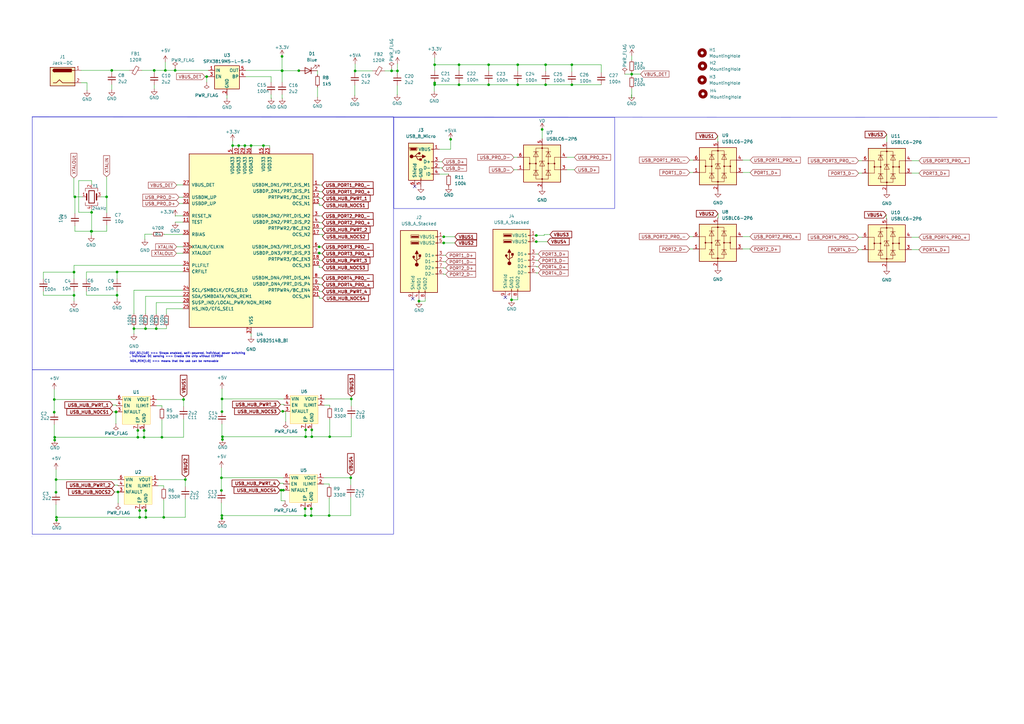
<source format=kicad_sch>
(kicad_sch (version 20230121) (generator eeschema)
  (paper "A3")
  (lib_symbols
    (symbol "Connector:Jack-DC" (pin_names (offset 1.016))
      (property "Reference" "J" (at 0 5.334 0))
      (property "Value" "Jack-DC" (at 0 -5.08 0))
      (symbol "Jack-DC_1_1"
        (pin passive line (at 7.62 2.54 180) (length 2.54) (name "~") (number "1"))
        (pin passive line (at 7.62 -2.54 180) (length 2.54) (name "~") (number "2"))
      )
    )
    (symbol "Connector:USB_A_Stacked" (pin_names (offset 1.016))
      (property "Reference" "J" (at 0 15.875 0))
      (property "Value" "USB_A_Stacked" (at 0 13.97 0))
      (symbol "USB_A_Stacked_1_1"
        (pin power_in line (at 10.16 10.16 180) (length 2.54) (name "VBUS1") (number "1"))
        (pin bidirectional line (at 10.16 0 180) (length 2.54) (name "D1-") (number "2"))
        (pin bidirectional line (at 10.16 2.54 180) (length 2.54) (name "D1+") (number "3"))
        (pin power_in line (at 0 -15.24 90) (length 2.54) (name "GND1") (number "4"))
        (pin power_in line (at 10.16 7.62 180) (length 2.54) (name "VBUS2") (number "5"))
        (pin bidirectional line (at 10.16 -5.08 180) (length 2.54) (name "D2-") (number "6"))
        (pin bidirectional line (at 10.16 -2.54 180) (length 2.54) (name "D2+") (number "7"))
        (pin power_in line (at 2.54 -15.24 90) (length 2.54) (name "GND2") (number "8"))
        (pin passive line (at -2.54 -15.24 90) (length 2.54) (name "Shield") (number "9"))
      )
    )
    (symbol "Connector:USB_B_Micro" (pin_names (offset 1.016))
      (property "Reference" "J" (at -5.08 11.43 0))
      (property "Value" "USB_B_Micro" (at -5.08 8.89 0))
      (symbol "USB_B_Micro_1_1"
        (pin power_out line (at 7.62 5.08 180) (length 2.54) (name "VBUS") (number "1"))
        (pin bidirectional line (at 7.62 -2.54 180) (length 2.54) (name "D-") (number "2"))
        (pin bidirectional line (at 7.62 0 180) (length 2.54) (name "D+") (number "3"))
        (pin passive line (at 7.62 -5.08 180) (length 2.54) (name "ID") (number "4"))
        (pin power_out line (at 0 -10.16 90) (length 2.54) (name "GND") (number "5"))
        (pin passive line (at -2.54 -10.16 90) (length 2.54) (name "Shield") (number "6"))
      )
    )
    (symbol "Device:C_Small" (pin_numbers hide) (pin_names (offset 0.254) hide)
      (property "Reference" "C" (at 0.254 1.778 0))
      (property "Value" "C_Small" (at 0.254 -2.032 0))
      (symbol "C_Small_1_1"
        (pin passive line (at 0 2.54 270) (length 2.032) (name "~") (number "1"))
        (pin passive line (at 0 -2.54 90) (length 2.032) (name "~") (number "2"))
      )
    )
    (symbol "Device:Crystal_GND24" (pin_names (offset 1.016) hide)
      (property "Reference" "Y" (at 3.175 5.08 0))
      (property "Value" "Crystal_GND24" (at 3.175 3.175 0))
      (symbol "Crystal_GND24_1_1"
        (pin passive line (at -3.81 0 0) (length 1.27) (name "1") (number "1"))
        (pin passive line (at 0 5.08 270) (length 1.27) (name "2") (number "2"))
        (pin passive line (at 3.81 0 180) (length 1.27) (name "3") (number "3"))
        (pin passive line (at 0 -5.08 90) (length 1.27) (name "4") (number "4"))
      )
    )
    (symbol "Device:FerriteBead_Small" (pin_numbers hide) (pin_names (offset 0))
      (property "Reference" "FB" (at 1.905 1.27 0))
      (property "Value" "FerriteBead_Small" (at 1.905 -1.27 0))
      (symbol "FerriteBead_Small_1_1"
        (pin passive line (at 0 2.54 270) (length 1.27) (name "~") (number "1"))
        (pin passive line (at 0 -2.54 90) (length 1.27) (name "~") (number "2"))
      )
    )
    (symbol "Device:LED" (pin_numbers hide) (pin_names (offset 1.016) hide)
      (property "Reference" "D" (at 0 2.54 0))
      (property "Value" "LED" (at 0 -2.54 0))
      (symbol "LED_1_1"
        (pin passive line (at -3.81 0 0) (length 2.54) (name "K") (number "1"))
        (pin passive line (at 3.81 0 180) (length 2.54) (name "A") (number "2"))
      )
    )
    (symbol "Device:R_Small" (pin_numbers hide) (pin_names (offset 0.254) hide)
      (property "Reference" "R" (at 0.762 0.508 0))
      (property "Value" "R_Small" (at 0.762 -1.016 0))
      (symbol "R_Small_1_1"
        (pin passive line (at 0 2.54 270) (length 0.762) (name "~") (number "1"))
        (pin passive line (at 0 -2.54 90) (length 0.762) (name "~") (number "2"))
      )
    )
    (symbol "Interface_USB:USB2514B_Bi" (pin_names (offset 1.016))
      (property "Reference" "U" (at -17.78 40.64 0))
      (property "Value" "USB2514B_Bi" (at -20.32 38.1 0))
      (symbol "USB2514B_Bi_1_1"
        (pin bidirectional line (at 27.94 22.86 180) (length 2.54) (name "USBDM_DN1/PRT_DIS_M1") (number "1"))
        (pin power_in line (at -5.08 38.1 270) (length 2.54) (name "VDDA33") (number "10"))
        (pin input line (at -27.94 7.62 0) (length 2.54) (name "TEST") (number "11"))
        (pin bidirectional line (at 27.94 17.78 180) (length 2.54) (name "PRTPWR1/BC_EN1") (number "12"))
        (pin input line (at 27.94 15.24 180) (length 2.54) (name "OCS_N1") (number "13"))
        (pin input line (at -27.94 -12.7 0) (length 2.54) (name "CRFILT") (number "14"))
        (pin power_in line (at 5.08 38.1 270) (length 2.54) (name "VDD33") (number "15"))
        (pin bidirectional line (at 27.94 5.08 180) (length 2.54) (name "PRTPWR2/BC_EN2") (number "16"))
        (pin input line (at 27.94 2.54 180) (length 2.54) (name "OCS_N2") (number "17"))
        (pin bidirectional line (at 27.94 -7.62 180) (length 2.54) (name "PRTPWR3/BC_EN3") (number "18"))
        (pin input line (at 27.94 -10.16 180) (length 2.54) (name "OCS_N3") (number "19"))
        (pin bidirectional line (at 27.94 20.32 180) (length 2.54) (name "USBDP_DN1/PRT_DIS_P1") (number "2"))
        (pin bidirectional line (at 27.94 -20.32 180) (length 2.54) (name "PRTPWR4/BC_EN4") (number "20"))
        (pin input line (at 27.94 -22.86 180) (length 2.54) (name "OCS_N4") (number "21"))
        (pin bidirectional line (at -27.94 -22.86 0) (length 2.54) (name "SDA/SMBDATA/NON_REM1") (number "22"))
        (pin power_in line (at 7.62 38.1 270) (length 2.54) (name "VDD33") (number "23"))
        (pin bidirectional line (at -27.94 -20.32 0) (length 2.54) (name "SCL/SMBCLK/CFG_SEL0") (number "24"))
        (pin bidirectional line (at -27.94 -27.94 0) (length 2.54) (name "HS_IND/CFG_SEL1") (number "25"))
        (pin input line (at -27.94 10.16 0) (length 2.54) (name "RESET_N") (number "26"))
        (pin input line (at -27.94 22.86 0) (length 2.54) (name "VBUS_DET") (number "27"))
        (pin bidirectional line (at -27.94 -25.4 0) (length 2.54) (name "SUSP_IND/LOCAL_PWR/NON_REM0") (number "28"))
        (pin power_in line (at -2.54 38.1 270) (length 2.54) (name "VDDA33") (number "29"))
        (pin bidirectional line (at 27.94 10.16 180) (length 2.54) (name "USBDM_DN2/PRT_DIS_M2") (number "3"))
        (pin bidirectional line (at -27.94 17.78 0) (length 2.54) (name "USBDM_UP") (number "30"))
        (pin bidirectional line (at -27.94 15.24 0) (length 2.54) (name "USBDP_UP") (number "31"))
        (pin output line (at -27.94 -5.08 0) (length 2.54) (name "XTALOUT") (number "32"))
        (pin input clock (at -27.94 -2.54 0) (length 2.54) (name "XTALIN/CLKIN") (number "33"))
        (pin input line (at -27.94 -10.16 0) (length 2.54) (name "PLLFILT") (number "34"))
        (pin input line (at -27.94 2.54 0) (length 2.54) (name "RBIAS") (number "35"))
        (pin power_in line (at 0 38.1 270) (length 2.54) (name "VDDA33") (number "36"))
        (pin power_in line (at 0 -38.1 90) (length 2.54) (name "VSS") (number "37"))
        (pin bidirectional line (at 27.94 7.62 180) (length 2.54) (name "USBDP_DN2/PRT_DIS_P2") (number "4"))
        (pin power_in line (at -7.62 38.1 270) (length 2.54) (name "VDDA33") (number "5"))
        (pin bidirectional line (at 27.94 -2.54 180) (length 2.54) (name "USBDM_DN3/PRT_DIS_M3") (number "6"))
        (pin bidirectional line (at 27.94 -5.08 180) (length 2.54) (name "USBDP_DN3/PRT_DIS_P3") (number "7"))
        (pin bidirectional line (at 27.94 -15.24 180) (length 2.54) (name "USBDM_DN4/PRT_DIS_M4") (number "8"))
        (pin bidirectional line (at 27.94 -17.78 180) (length 2.54) (name "USBDP_DN4/PRT_DIS_P4") (number "9"))
      )
    )
    (symbol "Mechanical:MountingHole" (pin_names (offset 1.016))
      (property "Reference" "H" (at 0 5.08 0))
      (property "Value" "MountingHole" (at 0 3.175 0))
    )
    (symbol "Power_Protection:USBLC6-2P6" (pin_names hide)
      (property "Reference" "U" (at 2.54 8.89 0))
      (property "Value" "USBLC6-2P6" (at 2.54 -8.89 0))
      (symbol "USBLC6-2P6_1_1"
        (pin passive line (at -10.16 -2.54 0) (length 2.54) (name "I/O1") (number "1"))
        (pin passive line (at 0 -10.16 90) (length 2.54) (name "GND") (number "2"))
        (pin passive line (at 10.16 -2.54 180) (length 2.54) (name "I/O2") (number "3"))
        (pin passive line (at 10.16 2.54 180) (length 2.54) (name "I/O2") (number "4"))
        (pin passive line (at 0 10.16 270) (length 2.54) (name "VBUS") (number "5"))
        (pin passive line (at -10.16 2.54 0) (length 2.54) (name "I/O1") (number "6"))
      )
    )
    (symbol "Regulator_Linear:SPX3819M5-L-5-0" (pin_names (offset 0.254))
      (property "Reference" "U" (at -3.81 5.715 0))
      (property "Value" "SPX3819M5-L-5-0" (at 0 5.715 0))
      (symbol "SPX3819M5-L-5-0_1_1"
        (pin power_in line (at -7.62 2.54 0) (length 2.54) (name "IN") (number "1"))
        (pin power_in line (at 0 -7.62 90) (length 2.54) (name "GND") (number "2"))
        (pin input line (at -7.62 0 0) (length 2.54) (name "EN") (number "3"))
        (pin input line (at 7.62 0 180) (length 2.54) (name "BP") (number "4"))
        (pin power_out line (at 7.62 2.54 180) (length 2.54) (name "OUT") (number "5"))
      )
    )
    (symbol "power:+3.3V" (power) (pin_names (offset 0))
      (property "Value" "+3.3V" (at 0 3.556 0))
      (symbol "+3.3V_1_1"
        (pin power_in line (at 0 0 90) (length 0) hide (name "+3.3V") (number "1"))
      )
    )
    (symbol "power:+5V" (power) (pin_names (offset 0))
      (property "Value" "+5V" (at 0 3.556 0))
      (symbol "+5V_1_1"
        (pin power_in line (at 0 0 90) (length 0) hide (name "+5V") (number "1"))
      )
    )
    (symbol "power:+5VA" (power) (pin_names (offset 0))
      (property "Value" "+5VA" (at 0 3.556 0))
      (symbol "+5VA_1_1"
        (pin power_in line (at 0 0 90) (length 0) hide (name "+5VA") (number "1"))
      )
    )
    (symbol "power:GND" (power) (pin_names (offset 0))
      (property "Value" "GND" (at 0 -3.81 0))
      (symbol "GND_1_1"
        (pin power_in line (at 0 0 270) (length 0) hide (name "GND") (number "1"))
      )
    )
    (symbol "power:PWR_FLAG" (power) (pin_numbers hide) (pin_names (offset 0) hide)
      (property "Value" "PWR_FLAG" (at 0 3.81 0))
      (symbol "PWR_FLAG_0_0"
        (pin power_out line (at 0 0 90) (length 0) (name "pwr") (number "1"))
      )
    )
    (symbol "power:VD" (power) (pin_names (offset 0))
      (property "Value" "VD" (at 0 3.81 0))
      (symbol "VD_1_1"
        (pin power_in line (at 0 0 90) (length 0) hide (name "VD") (number "1"))
      )
    )
    (symbol "schmKicadLib:MIC2099"
      (property "Reference" "U" (at 0 3.81 0))
      (symbol "MIC2099_1_1"
        (pin power_out line (at 8.89 1.27 180) (length 2.54) (name "VOUT") (number "1"))
        (pin unspecified line (at 8.89 -1.27 180) (length 2.54) (name "ILIMIT") (number "2"))
        (pin input line (at -7.62 -3.81 0) (length 2.54) (name "NFAULT") (number "3"))
        (pin input line (at -7.62 -1.27 0) (length 2.54) (name "EN") (number "4"))
        (pin input line (at 3.81 -11.43 90) (length 2.54) (name "GND") (number "5"))
        (pin power_in line (at -7.62 1.27 0) (length 2.54) (name "VIN") (number "6"))
        (pin passive line (at 1.27 -11.43 90) (length 2.54) (name "EP") (number "7"))
      )
    )
  )
  (junction (at 45.847 28.8798))
  (junction (at 91.0336 168.8338))
  (junction (at 127.6604 211.455))
  (junction (at 234.5436 26.543))
  (junction (at 91.059 163.6268))
  (junction (at 209.804 122.9868))
  (junction (at 259.08 30.4038))
  (junction (at 219.964 96.5708))
  (junction (at 160.6042 29.083))
  (junction (at 22.225 169.0624))
  (junction (at 30.353 121.1326))
  (junction (at 37.5666 94.869))
  (junction (at 43.7134 80.7466))
  (junction (at 95.4024 59.7154))
  (junction (at 48.006 121.0818))
  (junction (at 75.2856 163.8554))
  (junction (at 67.818 28.8798))
  (junction (at 115.697 29.0322))
  (junction (at 63.246 28.8798))
  (junction (at 234.5436 34.7726))
  (junction (at 59.817 212.1916))
  (junction (at 23.1648 213.3346))
  (junction (at 116.2304 201.041))
  (junction (at 57.277 209.3976))
  (junction (at 178.2572 26.543))
  (junction (at 90.8304 195.961))
  (junction (at 135.001 211.455))
  (junction (at 97.8916 59.7154))
  (junction (at 91.2368 179.1208))
  (junction (at 37.5666 87.0966))
  (junction (at 100.4316 59.7154))
  (junction (at 122.555 28.9814))
  (junction (at 212.344 26.543))
  (junction (at 188.2648 26.543))
  (junction (at 212.344 34.7726))
  (junction (at 102.9716 59.7154))
  (junction (at 47.6504 168.9354))
  (junction (at 127.889 179.1208))
  (junction (at 56.5404 179.3494))
  (junction (at 22.9616 201.9046))
  (junction (at 47.5488 168.9354))
  (junction (at 143.8656 195.961))
  (junction (at 22.987 196.6976))
  (junction (at 125.349 176.3268))
  (junction (at 188.2648 34.7726))
  (junction (at 171.831 123.5202))
  (junction (at 130.9116 103.7844))
  (junction (at 184.8104 57.1246))
  (junction (at 67.1576 212.1916))
  (junction (at 56.5404 176.5554))
  (junction (at 91.0082 211.455))
  (junction (at 59.69 134.7978))
  (junction (at 71.8312 28.8798))
  (junction (at 145.6436 29.083))
  (junction (at 115.2906 201.041))
  (junction (at 125.1204 211.455))
  (junction (at 84.7598 31.4198))
  (junction (at 48.387 201.7776))
  (junction (at 219.964 99.1108))
  (junction (at 30.734 80.7466))
  (junction (at 57.277 212.1916))
  (junction (at 178.2572 34.7218))
  (junction (at 90.805 201.168))
  (junction (at 59.0804 179.3494))
  (junction (at 127.6604 208.661))
  (junction (at 22.4282 180.4924))
  (junction (at 144.0942 163.6268))
  (junction (at 115.6716 23.1394))
  (junction (at 54.9402 134.7978))
  (junction (at 23.1648 212.1916))
  (junction (at 59.0804 176.5554))
  (junction (at 22.2504 163.8554))
  (junction (at 163.0172 29.083))
  (junction (at 200.406 34.7726))
  (junction (at 200.406 26.543))
  (junction (at 127.889 176.3268))
  (junction (at 91.2368 180.2638))
  (junction (at 48.006 111.5568))
  (junction (at 59.817 209.3976))
  (junction (at 223.774 34.7726))
  (junction (at 130.9116 101.2444))
  (junction (at 76.0222 196.6976))
  (junction (at 181.991 97.1042))
  (junction (at 178.2572 34.0106))
  (junction (at 91.0082 212.598))
  (junction (at 64.0842 134.7978))
  (junction (at 125.1204 208.661))
  (junction (at 22.4282 179.3494))
  (junction (at 223.774 26.543))
  (junction (at 135.2296 179.1208))
  (junction (at 108.0516 59.7154))
  (junction (at 222.3516 53.086))
  (junction (at 37.4396 94.869))
  (junction (at 181.991 99.6442))
  (junction (at 30.353 111.6076))
  (junction (at 115.697 28.9814))
  (junction (at 66.421 179.3494))
  (junction (at 125.349 179.1208))
  (junction (at 115.951 168.7068))
  (no_connect (at 170.0784 76.4794))
  (no_connect (at 207.264 121.9708))
  (no_connect (at 169.291 122.5042))
  (wire (pts (xy 95.4024 59.7154) (xy 97.8916 59.7154)))
  (wire (pts (xy 259.1054 24.6126) (xy 259.08 24.6126)))
  (wire (pts (xy 41.3766 80.7466) (xy 43.7134 80.7466)))
  (wire (pts (xy 35.4584 114.4016) (xy 35.4584 111.5568)))
  (wire (pts (xy 46.2026 166.116) (xy 47.6504 166.116)))
  (wire (pts (xy 54.9402 134.7978) (xy 54.9402 136.8806)))
  (wire (pts (xy 46.9646 201.7776) (xy 48.387 201.7776)))
  (wire (pts (xy 35.4584 121.0818) (xy 48.006 121.0818)))
  (wire (pts (xy 100.4316 59.7154) (xy 102.9716 59.7154)))
  (wire (pts (xy 184.8104 57.0738) (xy 184.8104 57.1246)))
  (wire (pts (xy 307.6702 65.659) (xy 304.6222 65.659)))
  (wire (pts (xy 46.9392 198.9582) (xy 48.387 198.9582)))
  (wire (pts (xy 200.406 26.543) (xy 212.344 26.543)))
  (wire (pts (xy 144.1196 162.5854) (xy 144.1196 163.6268)))
  (wire (pts (xy 132.969 166.1668) (xy 135.2296 166.1668)))
  (wire (pts (xy 234.5436 34.4678) (xy 234.5436 34.7726)))
  (wire (pts (xy 22.4282 180.4924) (xy 22.4282 179.3494)))
  (wire (pts (xy 90.805 206.248) (xy 90.805 211.455)))
  (wire (pts (xy 63.246 28.8798) (xy 63.246 29.7688)))
  (wire (pts (xy 132.2578 96.1898) (xy 132.2578 97.028)))
  (wire (pts (xy 91.0336 179.1208) (xy 91.2368 179.1208)))
  (wire (pts (xy 37.4396 94.869) (xy 37.5666 94.869)))
  (wire (pts (xy 22.225 169.0624) (xy 22.225 163.8554)))
  (wire (pts (xy 59.817 209.3722) (xy 59.817 209.3976)))
  (wire (pts (xy 130.2258 30.607) (xy 130.2258 28.9814)))
  (wire (pts (xy 30.734 80.7466) (xy 33.7566 80.7466)))
  (wire (pts (xy 125.1204 208.6356) (xy 125.1204 208.661)))
  (wire (pts (xy 37.4396 94.869) (xy 30.734 94.869)))
  (wire (pts (xy 110.5916 59.7154) (xy 108.0516 59.7154)))
  (wire (pts (xy 72.39 103.886) (xy 75.0316 103.886)))
  (wire (pts (xy 294.4114 58.039) (xy 294.4622 58.039)))
  (wire (pts (xy 130.9116 84.1756) (xy 130.9116 83.4644)))
  (wire (pts (xy 48.006 121.0818) (xy 48.0314 121.0818)))
  (wire (pts (xy 353.568 70.993) (xy 352.1456 70.993)))
  (wire (pts (xy 56.5404 179.3494) (xy 59.0804 179.3494)))
  (wire (pts (xy 37.5666 85.8266) (xy 37.5666 87.0966)))
  (polyline (pts (xy 13.208 47.9552) (xy 161.3916 47.9552)))
  (wire (pts (xy 59.4106 98.1202) (xy 59.436 98.1202)))
  (wire (pts (xy 180.2384 66.3194) (xy 181.3052 66.3194)))
  (wire (pts (xy 225.5774 96.1898) (xy 223.1898 96.1898)))
  (wire (pts (xy 135.2296 179.1208) (xy 144.0942 179.1208)))
  (wire (pts (xy 130.9116 116.7384) (xy 132.1308 116.7384)))
  (wire (pts (xy 178.1048 37.4142) (xy 178.1048 34.7218)))
  (wire (pts (xy 132.2832 96.1898) (xy 132.2578 96.1898)))
  (wire (pts (xy 37.4396 94.869) (xy 37.4396 96.5708)))
  (wire (pts (xy 116.2304 201.041) (xy 116.2558 201.041)))
  (wire (pts (xy 127.6604 211.455) (xy 135.001 211.455)))
  (wire (pts (xy 181.991 107.3658) (xy 181.991 107.2642)))
  (wire (pts (xy 188.2648 26.543) (xy 188.2648 28.9306)))
  (wire (pts (xy 186.563 99.6188) (xy 186.563 99.6442)))
  (wire (pts (xy 130.9116 116.4844) (xy 130.9116 116.7384)))
  (wire (pts (xy 114.7826 198.2216) (xy 116.2304 198.2216)))
  (wire (pts (xy 62.2554 96.0374) (xy 59.4106 96.0374)))
  (wire (pts (xy 59.0804 179.3494) (xy 66.421 179.3494)))
  (wire (pts (xy 100.711 28.8798) (xy 115.697 28.8798)))
  (wire (pts (xy 23.1648 213.3346) (xy 23.1648 212.1916)))
  (wire (pts (xy 132.0292 113.9952) (xy 130.9116 113.9952)))
  (wire (pts (xy 178.2572 34.7726) (xy 188.2648 34.7726)))
  (wire (pts (xy 84.7598 33.7566) (xy 84.7598 31.4198)))
  (wire (pts (xy 181.991 109.9312) (xy 181.991 109.8042)))
  (wire (pts (xy 143.8656 195.961) (xy 143.8656 198.8566)))
  (wire (pts (xy 59.817 212.1916) (xy 67.1576 212.1916)))
  (wire (pts (xy 352.1456 70.993) (xy 352.1456 71.0438)))
  (wire (pts (xy 75.0316 91.0844) (xy 71.8566 91.0844)))
  (wire (pts (xy 33.274 28.8798) (xy 45.847 28.8798)))
  (wire (pts (xy 66.421 172.1866) (xy 66.421 179.3494)))
  (wire (pts (xy 93.091 40.3098) (xy 93.091 39.0398)))
  (wire (pts (xy 64.0842 134.7978) (xy 68.2752 134.7978)))
  (wire (pts (xy 64.0842 128.8542) (xy 64.0842 124.1044)))
  (wire (pts (xy 111.1758 31.4198) (xy 100.711 31.4198)))
  (wire (pts (xy 47.5488 173.8122) (xy 47.5488 168.9354)))
  (wire (pts (xy 178.2572 23.749) (xy 178.2572 26.543)))
  (wire (pts (xy 73.4314 80.8736) (xy 75.0316 80.8736)))
  (wire (pts (xy 45.847 28.8798) (xy 45.847 29.6418)))
  (wire (pts (xy 294.4114 55.8038) (xy 294.4114 58.039)))
  (wire (pts (xy 232.5116 69.6214) (xy 235.5596 69.6214)))
  (wire (pts (xy 22.9616 201.9046) (xy 22.9616 196.6976)))
  (wire (pts (xy 30.353 111.6076) (xy 30.353 114.4016)))
  (wire (pts (xy 220.726 106.8324) (xy 219.964 106.8324)))
  (wire (pts (xy 59.69 134.7978) (xy 64.0842 134.7978)))
  (wire (pts (xy 145.6436 29.083) (xy 152.781 29.083)))
  (wire (pts (xy 30.353 121.1326) (xy 30.353 123.4948)))
  (wire (pts (xy 22.2504 159.6898) (xy 22.2504 163.8554)))
  (wire (pts (xy 178.2572 34.0106) (xy 178.2572 34.7218)))
  (wire (pts (xy 67.1576 212.1916) (xy 76.0222 212.1916)))
  (wire (pts (xy 76.0222 196.6976) (xy 76.0222 199.5932)))
  (wire (pts (xy 100.4316 60.6044) (xy 100.4316 59.7154)))
  (wire (pts (xy 122.555 28.9814) (xy 122.6566 28.9814)))
  (wire (pts (xy 90.805 211.455) (xy 91.0082 211.455)))
  (wire (pts (xy 219.964 96.5708) (xy 223.1898 96.5708)))
  (wire (pts (xy 43.7134 72.4662) (xy 43.7134 80.7466)))
  (wire (pts (xy 162.941 38.8112) (xy 162.941 35.052)))
  (wire (pts (xy 259.08 30.4038) (xy 259.08 31.1912)))
  (wire (pts (xy 135.2296 171.958) (xy 135.2296 179.1208)))
  (wire (pts (xy 127.6604 208.661) (xy 127.6604 211.455)))
  (wire (pts (xy 97.8916 59.7154) (xy 100.4316 59.7154)))
  (wire (pts (xy 223.774 26.543) (xy 234.5436 26.543)))
  (wire (pts (xy 115.951 168.7068) (xy 116.459 168.7068)))
  (wire (pts (xy 130.9116 75.8952) (xy 130.9116 75.8444)))
  (wire (pts (xy 182.8038 112.4966) (xy 181.991 112.4966)))
  (wire (pts (xy 45.847 34.7218) (xy 45.847 36.7538)))
  (wire (pts (xy 115.697 29.0322) (xy 115.697 33.7058)))
  (wire (pts (xy 67.1576 199.2376) (xy 67.1576 199.9488)))
  (wire (pts (xy 144.0942 171.6024) (xy 144.0942 179.1208)))
  (wire (pts (xy 219.964 111.9632) (xy 219.964 111.8108)))
  (wire (pts (xy 145.542 29.083) (xy 145.6436 29.083)))
  (wire (pts (xy 145.542 29.083) (xy 145.542 29.845)))
  (wire (pts (xy 43.7896 92.3544) (xy 43.7896 94.869)))
  (wire (pts (xy 130.9116 106.8324) (xy 130.9116 106.3244)))
  (wire (pts (xy 67.1576 205.0288) (xy 67.1576 212.1916)))
  (wire (pts (xy 188.2648 34.0106) (xy 188.2648 34.7726)))
  (wire (pts (xy 132.7404 198.501) (xy 135.001 198.501)))
  (wire (pts (xy 91.0336 173.9138) (xy 91.0336 179.1208)))
  (wire (pts (xy 91.0082 212.6234) (xy 91.0082 212.598)))
  (wire (pts (xy 64.0842 133.9342) (xy 64.0842 134.7978)))
  (wire (pts (xy 59.69 128.778) (xy 59.69 121.5644)))
  (wire (pts (xy 144.0942 163.6268) (xy 144.0942 166.5224)))
  (wire (pts (xy 132.1308 91.313) (xy 130.9116 91.313)))
  (wire (pts (xy 90.8304 191.7954) (xy 90.8304 195.961)))
  (wire (pts (xy 212.344 26.543) (xy 223.774 26.543)))
  (wire (pts (xy 115.2906 205.3844) (xy 116.9162 205.3844)))
  (wire (pts (xy 127.6604 208.6356) (xy 127.6604 208.661)))
  (wire (pts (xy 43.7134 80.7466) (xy 43.7896 80.7466)))
  (wire (pts (xy 259.08 29.6926) (xy 259.08 30.4038)))
  (wire (pts (xy 54.9402 128.7526) (xy 54.9402 119.0244)))
  (wire (pts (xy 353.5172 102.362) (xy 352.0948 102.362)))
  (wire (pts (xy 219.9386 99.1108) (xy 219.964 99.1108)))
  (wire (pts (xy 132.0292 75.8952) (xy 130.9116 75.8952)))
  (wire (pts (xy 130.9116 78.3844) (xy 130.9116 78.6384)))
  (wire (pts (xy 111.2266 40.3606) (xy 111.1758 40.3606)))
  (wire (pts (xy 135.001 211.455) (xy 143.8656 211.455)))
  (wire (pts (xy 219.964 99.1108) (xy 224.536 99.1108)))
  (wire (pts (xy 76.0476 195.6562) (xy 76.0476 196.6976)))
  (wire (pts (xy 22.9616 196.6976) (xy 22.987 196.6976)))
  (wire (pts (xy 30.3022 80.7466) (xy 30.734 80.7466)))
  (wire (pts (xy 22.987 196.6976) (xy 48.387 196.6976)))
  (wire (pts (xy 22.225 169.0878) (xy 22.225 169.0624)))
  (wire (pts (xy 90.8304 195.961) (xy 116.2304 195.961)))
  (wire (pts (xy 235.5596 64.5414) (xy 232.5116 64.5414)))
  (wire (pts (xy 259.0546 40.386) (xy 259.08 40.386)))
  (wire (pts (xy 223.774 34.7726) (xy 234.5436 34.7726)))
  (wire (pts (xy 17.8054 121.1326) (xy 17.8054 119.5324)))
  (wire (pts (xy 135.001 204.2922) (xy 135.001 211.455)))
  (wire (pts (xy 209.804 121.9708) (xy 209.804 122.9868)))
  (wire (pts (xy 307.6194 102.108) (xy 307.6194 102.1588)))
  (wire (pts (xy 91.059 163.6268) (xy 116.459 163.6268)))
  (wire (pts (xy 48.4378 206.4004) (xy 48.4378 201.7776)))
  (wire (pts (xy 91.2368 179.1208) (xy 125.349 179.1208)))
  (wire (pts (xy 130.9116 104.013) (xy 132.1308 104.013)))
  (wire (pts (xy 84.7598 31.4198) (xy 85.471 31.4198)))
  (wire (pts (xy 282.8798 70.739) (xy 282.8798 70.7898)))
  (wire (pts (xy 180.2384 71.3994) (xy 183.9976 71.3994)))
  (wire (pts (xy 95.4024 57.7596) (xy 95.4024 59.7154)))
  (wire (pts (xy 117.1448 168.656) (xy 115.951 168.656)))
  (wire (pts (xy 47.5488 168.9354) (xy 47.6504 168.9354)))
  (wire (pts (xy 163.0172 29.083) (xy 163.0172 29.972)))
  (wire (pts (xy 184.8104 57.1246) (xy 184.8104 61.2394)))
  (wire (pts (xy 68.2752 133.9342) (xy 68.2752 134.7978)))
  (wire (pts (xy 115.2906 201.041) (xy 115.2906 205.3844)))
  (wire (pts (xy 23.1648 212.1916) (xy 57.277 212.1916)))
  (wire (pts (xy 235.5596 69.6214) (xy 235.5596 69.6722)))
  (wire (pts (xy 22.4282 180.5178) (xy 22.4282 180.4924)))
  (polyline (pts (xy 13.208 47.9806) (xy 13.208 151.638)))
  (wire (pts (xy 115.7478 40.3098) (xy 115.7478 40.2082)))
  (wire (pts (xy 163.0172 29.972) (xy 162.941 29.972)))
  (wire (pts (xy 32.258 74.0664) (xy 37.5666 74.0664)))
  (wire (pts (xy 91.0336 168.8338) (xy 91.0336 163.6268)))
  (wire (pts (xy 132.1308 109.7026) (xy 130.9116 109.7026)))
  (wire (pts (xy 127.889 179.1208) (xy 135.2296 179.1208)))
  (wire (pts (xy 294.513 89.408) (xy 294.4114 89.408)))
  (wire (pts (xy 234.5436 26.543) (xy 246.5832 26.543)))
  (wire (pts (xy 171.831 122.5042) (xy 171.831 123.5202)))
  (wire (pts (xy 66.421 166.3954) (xy 66.421 167.1066)))
  (wire (pts (xy 132.1816 93.6244) (xy 132.1816 94.1832)))
  (wire (pts (xy 178.2572 26.543) (xy 188.2648 26.543)))
  (wire (pts (xy 135.001 198.501) (xy 135.001 199.2122)))
  (wire (pts (xy 130.2258 28.9814) (xy 130.175 28.9814)))
  (wire (pts (xy 130.9116 121.5644) (xy 130.9878 121.5644)))
  (wire (pts (xy 114.808 201.041) (xy 115.2906 201.041)))
  (wire (pts (xy 30.734 80.7466) (xy 30.734 87.5538)))
  (wire (pts (xy 37.5666 94.869) (xy 43.7896 94.869)))
  (wire (pts (xy 373.888 70.993) (xy 376.936 70.993)))
  (wire (pts (xy 130.9116 103.7844) (xy 130.9116 104.013)))
  (wire (pts (xy 115.6716 23.1394) (xy 115.6716 29.0322)))
  (wire (pts (xy 160.6042 28.1178) (xy 160.6042 29.083)))
  (wire (pts (xy 32.258 87.0966) (xy 32.258 74.0664)))
  (wire (pts (xy 64.897 199.2376) (xy 67.1576 199.2376)))
  (wire (pts (xy 67.818 28.8798) (xy 71.8312 28.8798)))
  (wire (pts (xy 181.9656 99.6442) (xy 181.991 99.6442)))
  (wire (pts (xy 178.2572 34.7218) (xy 178.2572 34.7726)))
  (wire (pts (xy 43.7896 87.2744) (xy 43.7896 80.7466)))
  (wire (pts (xy 22.987 192.532) (xy 22.987 196.6976)))
  (wire (pts (xy 132.7404 195.961) (xy 143.8656 195.961)))
  (wire (pts (xy 219.9386 96.5708) (xy 219.964 96.5708)))
  (wire (pts (xy 108.0516 59.7154) (xy 108.0516 60.6044)))
  (wire (pts (xy 63.246 36.3728) (xy 63.246 34.8488)))
  (wire (pts (xy 64.897 196.6976) (xy 76.0222 196.6976)))
  (wire (pts (xy 37.5666 74.0664) (xy 37.5666 75.6666)))
  (wire (pts (xy 143.8656 195.961) (xy 143.891 195.961)))
  (wire (pts (xy 91.0082 211.455) (xy 125.1204 211.455)))
  (wire (pts (xy 376.8852 102.362) (xy 376.8852 102.4128)))
  (wire (pts (xy 22.225 163.8554) (xy 22.2504 163.8554)))
  (wire (pts (xy 72.4662 101.2444) (xy 75.0316 101.2444)))
  (wire (pts (xy 17.8054 111.6076) (xy 30.353 111.6076)))
  (wire (pts (xy 178.2572 33.9598) (xy 178.2572 34.0106)))
  (wire (pts (xy 200.406 34.7726) (xy 212.344 34.7726)))
  (wire (pts (xy 56.5404 176.53) (xy 56.5404 176.5554)))
  (wire (pts (xy 130.9116 78.6384) (xy 132.1308 78.6384)))
  (wire (pts (xy 181.9656 97.1042) (xy 181.991 97.1042)))
  (wire (pts (xy 182.753 107.3658) (xy 181.991 107.3658)))
  (wire (pts (xy 130.9116 113.9952) (xy 130.9116 113.9444)))
  (wire (pts (xy 22.4282 179.3494) (xy 56.5404 179.3494)))
  (wire (pts (xy 157.861 29.083) (xy 160.6042 29.083)))
  (wire (pts (xy 145.6436 26.2382) (xy 145.6436 29.083)))
  (wire (pts (xy 132.1816 94.1832) (xy 132.207 94.1832)))
  (wire (pts (xy 132.1308 106.8324) (xy 130.9116 106.8324)))
  (wire (pts (xy 75.0316 111.4044) (xy 48.006 111.4044)))
  (wire (pts (xy 35.4584 121.0818) (xy 35.4584 119.4816)))
  (wire (pts (xy 59.69 133.858) (xy 59.69 134.7978)))
  (wire (pts (xy 234.5436 34.7726) (xy 246.5832 34.7726)))
  (wire (pts (xy 71.8312 28.1178) (xy 71.8312 28.8798)))
  (wire (pts (xy 127.889 176.3268) (xy 127.889 179.1208)))
  (wire (pts (xy 111.1758 40.3606) (xy 111.1758 38.7858)))
  (wire (pts (xy 33.274 33.9598) (xy 35.687 33.9598)))
  (wire (pts (xy 115.7478 40.3098) (xy 115.697 40.3098)))
  (wire (pts (xy 90.805 201.1934) (xy 90.805 201.168)))
  (wire (pts (xy 30.353 108.8644) (xy 30.353 111.6076)))
  (wire (pts (xy 72.4916 75.8444) (xy 72.4916 75.946)))
  (wire (pts (xy 111.1758 33.7058) (xy 111.1758 31.4198)))
  (wire (pts (xy 22.225 174.1424) (xy 22.225 179.3494)))
  (wire (pts (xy 212.344 34.7726) (xy 223.774 34.7726)))
  (wire (pts (xy 30.353 119.4816) (xy 30.353 121.1326)))
  (wire (pts (xy 97.8916 60.6044) (xy 97.8916 59.7154)))
  (wire (pts (xy 132.3086 122.301) (xy 130.9878 122.301)))
  (wire (pts (xy 127.889 176.3014) (xy 127.889 176.3268)))
  (wire (pts (xy 130.2258 39.8526) (xy 130.2258 35.687)))
  (wire (pts (xy 282.829 97.028) (xy 284.2514 97.028)))
  (wire (pts (xy 212.1916 69.6214) (xy 210.7692 69.6214)))
  (wire (pts (xy 259.0546 38.8112) (xy 259.0546 40.386)))
  (wire (pts (xy 181.991 99.6442) (xy 186.563 99.6442)))
  (wire (pts (xy 75.2856 171.831) (xy 75.2856 179.3494)))
  (wire (pts (xy 54.9402 119.0244) (xy 75.0316 119.0244)))
  (wire (pts (xy 22.9616 201.93) (xy 22.9616 201.9046)))
  (wire (pts (xy 125.1204 211.455) (xy 127.6604 211.455)))
  (wire (pts (xy 63.246 28.8798) (xy 67.818 28.8798)))
  (wire (pts (xy 58.166 28.8798) (xy 63.246 28.8798)))
  (wire (pts (xy 59.4106 96.0374) (xy 59.4106 98.1202)))
  (wire (pts (xy 130.9116 119.5578) (xy 130.9116 119.0244)))
  (wire (pts (xy 234.5436 29.3878) (xy 234.5436 26.543)))
  (wire (pts (xy 174.371 123.5202) (xy 174.371 122.5042)))
  (wire (pts (xy 307.6702 70.739) (xy 307.6702 70.7898)))
  (wire (pts (xy 125.349 179.1208) (xy 127.889 179.1208)))
  (wire (pts (xy 184.8104 61.2394) (xy 180.2384 61.2394)))
  (wire (pts (xy 376.936 65.913) (xy 373.888 65.913)))
  (wire (pts (xy 76.0222 204.6732) (xy 76.0222 212.1916)))
  (wire (pts (xy 35.4584 111.5568) (xy 48.006 111.5568)))
  (wire (pts (xy 84.074 31.4198) (xy 84.7598 31.4198)))
  (wire (pts (xy 115.6716 29.0322) (xy 115.697 29.0322)))
  (wire (pts (xy 37.5666 87.0966) (xy 32.258 87.0966)))
  (wire (pts (xy 35.687 33.9598) (xy 35.687 37.0078)))
  (wire (pts (xy 178.1048 34.7218) (xy 178.2572 34.7218)))
  (wire (pts (xy 59.817 209.3976) (xy 59.817 212.1916)))
  (wire (pts (xy 91.2368 180.2638) (xy 91.2368 179.1208)))
  (wire (pts (xy 188.2648 34.7726) (xy 200.406 34.7726)))
  (wire (pts (xy 182.7784 109.9312) (xy 181.991 109.9312)))
  (wire (pts (xy 102.9716 136.8044) (xy 102.9716 137.922)))
  (wire (pts (xy 64.1604 166.3954) (xy 66.421 166.3954)))
  (wire (pts (xy 75.0316 103.886) (xy 75.0316 103.7844)))
  (wire (pts (xy 95.3516 59.7154) (xy 95.4024 59.7154)))
  (wire (pts (xy 71.882 88.5444) (xy 71.882 88.6714)))
  (wire (pts (xy 200.406 26.543) (xy 200.406 29.0322)))
  (wire (pts (xy 256.2352 30.4038) (xy 259.08 30.4038)))
  (wire (pts (xy 75.0316 75.8444) (xy 72.4916 75.8444)))
  (wire (pts (xy 17.8054 114.4524) (xy 17.8054 111.6076)))
  (wire (pts (xy 160.6042 29.083) (xy 163.0172 29.083)))
  (wire (pts (xy 91.0082 212.598) (xy 91.0082 211.455)))
  (wire (pts (xy 373.8372 102.362) (xy 376.8852 102.362)))
  (wire (pts (xy 219.964 104.1908) (xy 220.726 104.1908)))
  (wire (pts (xy 48.0314 122.6312) (xy 48.0314 121.0818)))
  (wire (pts (xy 284.2514 102.108) (xy 282.829 102.108)))
  (wire (pts (xy 22.225 179.3494) (xy 22.4282 179.3494)))
  (wire (pts (xy 73.4568 83.4644) (xy 75.0316 83.4644)))
  (wire (pts (xy 67.818 25.4508) (xy 67.818 28.8798)))
  (wire (pts (xy 220.7768 111.9632) (xy 219.964 111.9632)))
  (wire (pts (xy 71.8312 28.8798) (xy 85.471 28.8798)))
  (wire (pts (xy 363.4994 88.1126) (xy 363.4994 89.662)))
  (wire (pts (xy 132.207 84.1756) (xy 130.9116 84.1756)))
  (wire (pts (xy 115.697 40.3098) (xy 115.697 38.7858)))
  (wire (pts (xy 47.6504 168.9354) (xy 47.6758 168.9354)))
  (wire (pts (xy 210.7184 64.4906) (xy 210.7184 64.5414)))
  (wire (pts (xy 115.2906 201.041) (xy 116.2304 201.041)))
  (wire (pts (xy 102.9716 60.6044) (xy 102.9716 59.7154)))
  (wire (pts (xy 143.8656 203.9366) (xy 143.8656 211.455)))
  (wire (pts (xy 48.387 201.7776) (xy 48.4378 201.7776)))
  (wire (pts (xy 68.2752 126.6444) (xy 75.0316 126.6444)))
  (wire (pts (xy 115.0366 168.7068) (xy 115.951 168.7068)))
  (wire (pts (xy 30.3022 72.9996) (xy 30.3022 80.7466)))
  (wire (pts (xy 246.5832 26.543) (xy 246.5832 29.6926)))
  (wire (pts (xy 183.9976 71.3994) (xy 183.9976 71.4502)))
  (wire (pts (xy 64.1604 163.8554) (xy 75.2856 163.8554)))
  (wire (pts (xy 210.7692 69.6214) (xy 210.7692 69.6722)))
  (wire (pts (xy 75.311 162.814) (xy 75.311 163.8554)))
  (wire (pts (xy 145.542 39.1414) (xy 145.542 34.925)))
  (wire (pts (xy 116.459 165.8874) (xy 116.459 166.1668)))
  (wire (pts (xy 30.734 94.869) (xy 30.734 92.6338)))
  (wire (pts (xy 200.406 34.1122) (xy 200.406 34.7726)))
  (wire (pts (xy 132.969 163.6268) (xy 144.0942 163.6268)))
  (wire (pts (xy 115.697 28.8798) (xy 115.697 28.9814)))
  (wire (pts (xy 48.006 119.4308) (xy 48.006 121.0818)))
  (wire (pts (xy 181.991 112.4966) (xy 181.991 112.3442)))
  (wire (pts (xy 259.1054 22.9108) (xy 259.1054 24.6126)))
  (wire (pts (xy 363.728 55.1688) (xy 363.728 58.293)))
  (wire (pts (xy 111.2266 40.3606) (xy 111.2266 40.2082)))
  (wire (pts (xy 130.9116 103.759) (xy 130.9116 103.7844)))
  (polyline (pts (xy 13.1318 47.9298) (xy 408.9908 48.1076)))
  (wire (pts (xy 68.2752 128.8542) (xy 68.2752 126.6444)))
  (wire (pts (xy 132.0292 101.2698) (xy 130.9116 101.2698)))
  (wire (pts (xy 135.2296 166.1668) (xy 135.2296 166.878)))
  (wire (pts (xy 117.1448 172.9994) (xy 117.1448 168.656)))
  (wire (pts (xy 22.9616 206.9846) (xy 22.9616 212.1916)))
  (wire (pts (xy 222.3516 53.0606) (xy 222.3516 53.086)))
  (wire (pts (xy 116.2304 198.2216) (xy 116.2304 198.501)))
  (wire (pts (xy 304.6222 70.739) (xy 307.6702 70.739)))
  (wire (pts (xy 115.697 28.9814) (xy 115.697 29.0322)))
  (wire (pts (xy 57.277 209.3976) (xy 57.277 212.1916)))
  (wire (pts (xy 163.0172 26.1112) (xy 163.0172 29.083)))
  (wire (pts (xy 125.349 176.3268) (xy 125.349 179.1208)))
  (wire (pts (xy 53.086 28.8798) (xy 45.847 28.8798)))
  (wire (pts (xy 130.9116 91.313) (xy 130.9116 91.0844)))
  (wire (pts (xy 59.0804 176.5554) (xy 59.0804 179.3494)))
  (wire (pts (xy 75.2856 163.8554) (xy 75.311 163.8554)))
  (wire (pts (xy 91.2368 180.2892) (xy 91.2368 180.2638)))
  (wire (pts (xy 59.0804 176.53) (xy 59.0804 176.5554)))
  (wire (pts (xy 352.0948 102.362) (xy 352.0948 102.4128)))
  (wire (pts (xy 223.1898 96.1898) (xy 223.1898 96.5708)))
  (wire (pts (xy 91.0336 163.6268) (xy 91.059 163.6268)))
  (wire (pts (xy 102.9716 59.7154) (xy 108.0516 59.7154)))
  (wire (pts (xy 180.2384 68.8594) (xy 181.3052 68.8594)))
  (wire (pts (xy 220.7514 109.3978) (xy 219.964 109.3978)))
  (wire (pts (xy 95.3516 60.6044) (xy 95.3516 59.7154)))
  (wire (pts (xy 259.08 40.386) (xy 259.08 36.2712)))
  (wire (pts (xy 212.344 26.543) (xy 212.344 29.083)))
  (wire (pts (xy 66.421 179.3494) (xy 75.2856 179.3494)))
  (wire (pts (xy 125.349 176.3014) (xy 125.349 176.3268)))
  (wire (pts (xy 304.5714 102.108) (xy 307.6194 102.108)))
  (wire (pts (xy 130.9878 122.301) (xy 130.9878 121.5644)))
  (wire (pts (xy 352.0948 97.282) (xy 353.5172 97.282)))
  (wire (pts (xy 130.9116 109.7026) (xy 130.9116 108.8644)))
  (wire (pts (xy 143.891 194.9196) (xy 143.891 195.961)))
  (wire (pts (xy 130.9116 88.5698) (xy 130.9116 88.5444)))
  (wire (pts (xy 144.0942 163.6268) (xy 144.1196 163.6268)))
  (wire (pts (xy 222.3516 53.086) (xy 222.3516 56.9214)))
  (wire (pts (xy 17.8054 121.1326) (xy 30.353 121.1326)))
  (wire (pts (xy 181.3052 68.8594) (xy 181.3052 69.0118)))
  (wire (pts (xy 307.6194 97.028) (xy 304.5714 97.028)))
  (wire (pts (xy 219.964 109.3978) (xy 219.964 109.2708)))
  (wire (pts (xy 91.0336 168.8592) (xy 91.0336 168.8338)))
  (wire (pts (xy 23.1648 213.36) (xy 23.1648 213.3346)))
  (wire (pts (xy 75.2856 163.8554) (xy 75.2856 166.751)))
  (wire (pts (xy 284.3022 70.739) (xy 282.8798 70.739)))
  (wire (pts (xy 130.9116 81.3562) (xy 130.9116 80.9244)))
  (wire (pts (xy 294.513 87.6554) (xy 294.513 89.408)))
  (wire (pts (xy 183.9976 76.4794) (xy 183.9976 76.5302)))
  (wire (pts (xy 209.804 122.9868) (xy 212.344 122.9868)))
  (wire (pts (xy 223.774 29.1846) (xy 223.774 26.543)))
  (wire (pts (xy 59.69 121.5644) (xy 75.0316 121.5644)))
  (wire (pts (xy 90.805 195.961) (xy 90.8304 195.961)))
  (wire (pts (xy 130.9116 96.1644) (xy 132.2832 96.1644)))
  (wire (pts (xy 376.8852 97.282) (xy 373.8372 97.282)))
  (wire (pts (xy 48.387 198.9582) (xy 48.387 199.2376)))
  (wire (pts (xy 54.9402 133.8326) (xy 54.9402 134.7978)))
  (wire (pts (xy 188.2648 26.543) (xy 200.406 26.543)))
  (wire (pts (xy 67.3354 96.0374) (xy 67.3354 96.1644)))
  (wire (pts (xy 110.5916 60.6044) (xy 110.5916 59.7154)))
  (wire (pts (xy 37.5666 87.0966) (xy 37.5666 94.869)))
  (wire (pts (xy 57.277 212.1916) (xy 59.817 212.1916)))
  (wire (pts (xy 130.9116 93.6244) (xy 132.1816 93.6244)))
  (wire (pts (xy 132.207 81.3562) (xy 130.9116 81.3562)))
  (wire (pts (xy 30.353 108.8644) (xy 75.0316 108.8644)))
  (wire (pts (xy 352.1456 65.913) (xy 353.568 65.913)))
  (wire (pts (xy 75.0316 96.1644) (xy 67.3354 96.1644)))
  (wire (pts (xy 22.2504 163.8554) (xy 47.6504 163.8554)))
  (wire (pts (xy 48.006 111.4044) (xy 48.006 111.5568)))
  (wire (pts (xy 48.006 111.5568) (xy 48.006 114.3508)))
  (wire (pts (xy 91.059 159.4612) (xy 91.059 163.6268)))
  (wire (pts (xy 90.805 201.168) (xy 90.805 195.961)))
  (wire (pts (xy 130.9116 101.2698) (xy 130.9116 101.2444)))
  (wire (pts (xy 282.829 102.108) (xy 282.829 102.1588)))
  (wire (pts (xy 376.936 70.993) (xy 376.936 71.0438)))
  (wire (pts (xy 54.9402 134.7978) (xy 59.69 134.7978)))
  (wire (pts (xy 71.8566 91.0844) (xy 71.8566 91.1352)))
  (wire (pts (xy 224.536 99.0854) (xy 224.536 99.1108)))
  (wire (pts (xy 132.2832 96.1644) (xy 132.2832 96.1898)))
  (wire (pts (xy 125.1204 208.661) (xy 125.1204 211.455)))
  (wire (pts (xy 181.991 104.7242) (xy 182.753 104.7242)))
  (wire (pts (xy 178.2572 28.9306) (xy 178.2572 26.543)))
  (wire (pts (xy 115.6716 23.114) (xy 115.6716 23.1394)))
  (wire (pts (xy 223.774 34.2646) (xy 223.774 34.7726)))
  (wire (pts (xy 145.4912 39.1414) (xy 145.542 39.1414)))
  (wire (pts (xy 171.831 123.5202) (xy 174.371 123.5202)))
  (wire (pts (xy 259.1562 30.3784) (xy 262.7122 30.3784)))
  (wire (pts (xy 212.1916 64.5414) (xy 210.7184 64.5414)))
  (wire (pts (xy 56.5404 176.5554) (xy 56.5404 179.3494)))
  (wire (pts (xy 47.6504 166.116) (xy 47.6504 166.3954)))
  (polyline (pts (xy 161.2646 151.638) (xy 13.208 151.638)))
  (wire (pts (xy 212.344 122.9868) (xy 212.344 121.9708)))
  (wire (pts (xy 64.0842 124.1044) (xy 75.0316 124.1044)))
  (wire (pts (xy 75.0316 80.8736) (xy 75.0316 80.9244)))
  (wire (pts (xy 162.8902 38.7096) (xy 162.8902 38.8112)))
  (wire (pts (xy 57.277 209.3722) (xy 57.277 209.3976)))
  (wire (pts (xy 115.951 168.656) (xy 115.951 168.7068)))
  (wire (pts (xy 75.0316 88.5444) (xy 71.882 88.5444)))
  (wire (pts (xy 76.0222 196.6976) (xy 76.0476 196.6976)))
  (wire (pts (xy 115.0112 165.8874) (xy 116.459 165.8874)))
  (wire (pts (xy 181.991 97.1042) (xy 186.5884 97.1042)))
  (wire (pts (xy 145.4912 39.1414) (xy 145.4912 39.0906)))
  (wire (pts (xy 22.9616 212.1916) (xy 23.1648 212.1916)))
  (wire (pts (xy 219.964 106.8324) (xy 219.964 106.7308)))
  (wire (pts (xy 132.1562 119.5578) (xy 130.9116 119.5578)))
  (wire (pts (xy 282.8798 65.659) (xy 284.3022 65.659)))
  (wire (pts (xy 130.9116 101.2444) (xy 130.9116 101.219)))
  (wire (pts (xy 363.4994 89.662) (xy 363.6772 89.662)))
  (polyline (pts (xy 161.3916 47.9552) (xy 161.417 151.638)))
  (wire (pts (xy 212.344 34.163) (xy 212.344 34.7726)))
  (wire (pts (xy 132.0292 88.5698) (xy 130.9116 88.5698)))
  (wire (pts (xy 46.228 168.9354) (xy 47.5488 168.9354)))
  (wire (pts (xy 115.697 28.9814) (xy 122.555 28.9814)))
  (wire (pts (xy 162.8902 38.8112) (xy 162.941 38.8112)))
  (rectangle (start 13.208 151.638) (end 161.417 219.075))
  (rectangle (start 13.1064 220.0656) (end 13.1064 220.0656))
  (rectangle (start 161.544 48.1584) (end 252.095 85.5218))
  (rectangle (start 161.4424 151.6888) (end 161.4424 151.6888))
  (text "CGF_SEL[1:0] ==> Straps enabled, self-powered, individual power switching\n, individual OC sensing ==> Enable the chip without EEPROM\n" (at 53.0606 146.7612 0) (effects (font (size 0.8 0.8) (thickness 0.16) bold) (justify left bottom)))
  (text "NON_REM[1:0] ==> means that the usb can be removable\n" (at 53.2384 148.7678 0) (effects (font (size 0.8 0.8) bold) (justify left bottom)))
  (global_label "USB_HUB_PWRT_4" (shape input) (at 132.1562 119.5578 0) (effects (font bold)) (property "Intersheetrefs" "${INTERSHEET_REFS}" (effects hide)))
  (global_label "PORT2_D+" (shape input) (at 307.6194 102.1588 0) (property "Intersheetrefs" "${INTERSHEET_REFS}" (effects hide)))
  (global_label "PORT2_D-" (shape input) (at 282.829 102.1588 180) (property "Intersheetrefs" "${INTERSHEET_REFS}" (effects hide)))
  (global_label "USB_PORT2_PRO_-" (shape input) (at 132.0292 88.5698 0) (effects (font bold)) (property "Intersheetrefs" "${INTERSHEET_REFS}" (effects hide)))
  (global_label "USB_PRO_D-" (shape input) (at 73.4314 80.8736 180) (property "Intersheetrefs" "${INTERSHEET_REFS}" (effects hide)))
  (global_label "USB_PORT1_PRO_-" (shape input) (at 282.8798 65.659 180) (property "Intersheetrefs" "${INTERSHEET_REFS}" (effects hide)))
  (global_label "USB_HUB_NOCS3" (shape input) (at 115.0366 168.7068 180) (effects (font bold)) (property "Intersheetrefs" "${INTERSHEET_REFS}" (effects hide)))
  (global_label "XTALOUt" (shape input) (at 30.3022 72.9996 90) (property "Intersheetrefs" "${INTERSHEET_REFS}" (effects hide)))
  (global_label "PORT1_D-" (shape input) (at 282.8798 70.7898 180) (property "Intersheetrefs" "${INTERSHEET_REFS}" (effects hide)))
  (global_label "VBUS3" (shape input) (at 225.5774 96.1898 0) (effects (font bold)) (property "Intersheetrefs" "${INTERSHEET_REFS}" (effects hide)))
  (global_label "USB_HUB_NOCS4" (shape input) (at 114.808 201.041 180) (effects (font bold)) (property "Intersheetrefs" "${INTERSHEET_REFS}" (effects hide)))
  (global_label "USB_PORT2_PRO_+" (shape input) (at 307.6194 97.028 0) (property "Intersheetrefs" "${INTERSHEET_REFS}" (effects hide)))
  (global_label "USB_D+" (shape input) (at 235.5596 69.6722 0) (property "Intersheetrefs" "${INTERSHEET_REFS}" (effects hide)))
  (global_label "VBUS2" (shape input) (at 294.513 87.6554 180) (effects (font bold)) (property "Intersheetrefs" "${INTERSHEET_REFS}" (effects hide)))
  (global_label "USB_PORT3_PRO_+" (shape input) (at 132.1308 104.013 0) (effects (font bold)) (property "Intersheetrefs" "${INTERSHEET_REFS}" (effects hide)))
  (global_label "VBUS_DET" (shape input) (at 84.074 31.4198 180) (property "Intersheetrefs" "${INTERSHEET_REFS}" (effects hide)))
  (global_label "USB_HUB_NOCS2" (shape input) (at 46.9646 201.7776 180) (effects (font bold)) (property "Intersheetrefs" "${INTERSHEET_REFS}" (effects hide)))
  (global_label "PORT4_D+" (shape input) (at 220.7514 109.3978 0) (property "Intersheetrefs" "${INTERSHEET_REFS}" (effects hide)))
  (global_label "VBUS4" (shape input) (at 363.4994 88.1126 180) (effects (font bold)) (property "Intersheetrefs" "${INTERSHEET_REFS}" (effects hide)))
  (global_label "USB_HUB_PWRT_3" (shape input) (at 132.1308 106.8324 0) (effects (font bold)) (property "Intersheetrefs" "${INTERSHEET_REFS}" (effects hide)))
  (global_label "USB_PORT4_PRO_+" (shape input) (at 376.8852 97.282 0) (property "Intersheetrefs" "${INTERSHEET_REFS}" (effects hide)))
  (global_label "USB_HUB_PWRT_2" (shape input) (at 132.207 94.1832 0) (effects (font bold)) (property "Intersheetrefs" "${INTERSHEET_REFS}" (effects hide)))
  (global_label "USB_HUB_PWRT_1" (shape input) (at 46.2026 166.116 180) (effects (font bold)) (property "Intersheetrefs" "${INTERSHEET_REFS}" (effects hide)))
  (global_label "PORT3_D-" (shape input) (at 220.726 106.8324 0) (property "Intersheetrefs" "${INTERSHEET_REFS}" (effects hide)))
  (global_label "VBUS1" (shape input) (at 75.311 162.814 90) (effects (font bold)) (property "Intersheetrefs" "${INTERSHEET_REFS}" (effects hide)))
  (global_label "USB_HUB_PWRT_3" (shape input) (at 115.0112 165.8874 180) (effects (font bold)) (property "Intersheetrefs" "${INTERSHEET_REFS}" (effects hide)))
  (global_label "USB_PORT2_PRO_+" (shape input) (at 132.1308 91.313 0) (effects (font bold)) (property "Intersheetrefs" "${INTERSHEET_REFS}" (effects hide)))
  (global_label "USB_PRO_D+" (shape input) (at 73.4568 83.4644 180) (property "Intersheetrefs" "${INTERSHEET_REFS}" (effects hide)))
  (global_label "VBUS1" (shape input) (at 186.5884 97.1042 0) (effects (font bold)) (property "Intersheetrefs" "${INTERSHEET_REFS}" (effects hide)))
  (global_label "USB_PORT1_PRO_-" (shape input) (at 132.0292 75.8952 0) (effects (font bold)) (property "Intersheetrefs" "${INTERSHEET_REFS}" (effects hide)))
  (global_label "USB_HUB_NOCS1" (shape input) (at 132.207 84.1756 0) (effects (font bold)) (property "Intersheetrefs" "${INTERSHEET_REFS}" (effects hide)))
  (global_label "USB_HUB_PWRT_1" (shape input) (at 132.207 81.3562 0) (effects (font bold)) (property "Intersheetrefs" "${INTERSHEET_REFS}" (effects hide)))
  (global_label "USB_PRO_D-" (shape input) (at 210.7692 64.5414 180) (property "Intersheetrefs" "${INTERSHEET_REFS}" (effects hide)))
  (global_label "PORT4_D-" (shape input) (at 352.0948 102.4128 180) (property "Intersheetrefs" "${INTERSHEET_REFS}" (effects hide)))
  (global_label "USB_D+" (shape input) (at 181.3052 66.3194 0) (property "Intersheetrefs" "${INTERSHEET_REFS}" (effects hide)))
  (global_label "PORT1_D-" (shape input) (at 182.753 107.3658 0) (property "Intersheetrefs" "${INTERSHEET_REFS}" (effects hide)))
  (global_label "USB_HUB_NOCS3" (shape input) (at 132.1308 109.7026 0) (effects (font bold)) (property "Intersheetrefs" "${INTERSHEET_REFS}" (effects hide)))
  (global_label "XTALIN" (shape input) (at 43.7134 72.4662 90) (property "Intersheetrefs" "${INTERSHEET_REFS}" (effects hide)))
  (global_label "USB_D-" (shape input) (at 181.3052 69.0118 0) (property "Intersheetrefs" "${INTERSHEET_REFS}" (effects hide)))
  (global_label "VBUS3" (shape input) (at 144.1196 162.5854 90) (effects (font bold)) (property "Intersheetrefs" "${INTERSHEET_REFS}" (effects hide)))
  (global_label "PORT1_D+" (shape input) (at 182.753 104.7242 0) (property "Intersheetrefs" "${INTERSHEET_REFS}" (effects hide)))
  (global_label "USB_PORT2_PRO_-" (shape input) (at 282.829 97.028 180) (property "Intersheetrefs" "${INTERSHEET_REFS}" (effects hide)))
  (global_label "USB_PORT4_PRO_-" (shape input) (at 352.0948 97.282 180) (property "Intersheetrefs" "${INTERSHEET_REFS}" (effects hide)))
  (global_label "VBUS_DET" (shape input) (at 72.4916 75.946 180) (property "Intersheetrefs" "${INTERSHEET_REFS}" (effects hide)))
  (global_label "USB_PORT1_PRO_+" (shape input) (at 132.1308 78.6384 0) (effects (font bold)) (property "Intersheetrefs" "${INTERSHEET_REFS}" (effects hide)))
  (global_label "PORT1_D+" (shape input) (at 307.6702 70.7898 0) (property "Intersheetrefs" "${INTERSHEET_REFS}" (effects hide)))
  (global_label "USB_PRO_D+" (shape input) (at 235.5596 64.5414 0) (property "Intersheetrefs" "${INTERSHEET_REFS}" (effects hide)))
  (global_label "USB_D-" (shape input) (at 210.7692 69.6722 180) (property "Intersheetrefs" "${INTERSHEET_REFS}" (effects hide)))
  (global_label "USB_PORT3_PRO_+" (shape input) (at 376.936 65.913 0) (property "Intersheetrefs" "${INTERSHEET_REFS}" (effects hide)))
  (global_label "USB_HUB_NOCS2" (shape input) (at 132.2578 97.028 0) (effects (font bold)) (property "Intersheetrefs" "${INTERSHEET_REFS}" (effects hide)))
  (global_label "USB_PORT3_PRO_-" (shape input) (at 132.0292 101.2698 0) (effects (font bold)) (property "Intersheetrefs" "${INTERSHEET_REFS}" (effects hide)))
  (global_label "VBUS1" (shape input) (at 294.4114 55.8038 180) (effects (font bold)) (property "Intersheetrefs" "${INTERSHEET_REFS}" (effects hide)))
  (global_label "USB_PORT4_PRO_-" (shape input) (at 132.0292 113.9952 0) (effects (font bold)) (property "Intersheetrefs" "${INTERSHEET_REFS}" (effects hide)))
  (global_label "USB_HUB_NOCS4" (shape input) (at 132.3086 122.301 0) (effects (font bold)) (property "Intersheetrefs" "${INTERSHEET_REFS}" (effects hide)))
  (global_label "VBUS3" (shape input) (at 363.728 55.1688 180) (effects (font bold)) (property "Intersheetrefs" "${INTERSHEET_REFS}" (effects hide)))
  (global_label "USB_PORT3_PRO_-" (shape input) (at 352.1456 65.913 180) (property "Intersheetrefs" "${INTERSHEET_REFS}" (effects hide)))
  (global_label "PORT2_D+" (shape input) (at 182.7784 109.9312 0) (property "Intersheetrefs" "${INTERSHEET_REFS}" (effects hide)))
  (global_label "VBUS2" (shape input) (at 186.563 99.6188 0) (effects (font bold)) (property "Intersheetrefs" "${INTERSHEET_REFS}" (effects hide)))
  (global_label "XTALIN" (shape input) (at 72.4662 101.2444 180) (property "Intersheetrefs" "${INTERSHEET_REFS}" (effects hide)))
  (global_label "USB_HUB_PWRT_2" (shape input) (at 46.9392 198.9582 180) (effects (font bold)) (property "Intersheetrefs" "${INTERSHEET_REFS}" (effects hide)))
  (global_label "PORT4_D+" (shape input) (at 376.8852 102.4128 0) (property "Intersheetrefs" "${INTERSHEET_REFS}" (effects hide)))
  (global_label "USB_PORT1_PRO_+" (shape input) (at 307.6702 65.659 0) (property "Intersheetrefs" "${INTERSHEET_REFS}" (effects hide)))
  (global_label "USB_HUB_PWRT_4" (shape input) (at 114.7826 198.2216 180) (effects (font bold)) (property "Intersheetrefs" "${INTERSHEET_REFS}" (effects hide)))
  (global_label "PORT4_D-" (shape input) (at 220.7768 111.9632 0) (property "Intersheetrefs" "${INTERSHEET_REFS}" (effects hide)))
  (global_label "PORT3_D+" (shape input) (at 376.936 71.0438 0) (property "Intersheetrefs" "${INTERSHEET_REFS}" (effects hide)))
  (global_label "XTALOUt" (shape input) (at 72.39 103.886 180) (property "Intersheetrefs" "${INTERSHEET_REFS}" (effects hide)))
  (global_label "PORT2_D-" (shape input) (at 182.8038 112.4966 0) (property "Intersheetrefs" "${INTERSHEET_REFS}" (effects hide)))
  (global_label "VBUS4" (shape input) (at 143.891 194.9196 90) (effects (font bold)) (property "Intersheetrefs" "${INTERSHEET_REFS}" (effects hide)))
  (global_label "VBUS_DET" (shape input) (at 262.7122 30.3784 0) (property "Intersheetrefs" "${INTERSHEET_REFS}" (effects hide)))
  (global_label "VBUS2" (shape input) (at 76.0476 195.6562 90) (effects (font bold)) (property "Intersheetrefs" "${INTERSHEET_REFS}" (effects hide)))
  (global_label "USB_PORT4_PRO_+" (shape input) (at 132.1308 116.7384 0) (effects (font bold)) (property "Intersheetrefs" "${INTERSHEET_REFS}" (effects hide)))
  (global_label "USB_HUB_NOCS1" (shape input) (at 46.228 168.9354 180) (effects (font bold)) (property "Intersheetrefs" "${INTERSHEET_REFS}" (effects hide)))
  (global_label "PORT3_D-" (shape input) (at 352.1456 71.0438 180) (property "Intersheetrefs" "${INTERSHEET_REFS}" (effects hide)))
  (global_label "PORT3_D+" (shape input) (at 220.726 104.1908 0) (property "Intersheetrefs" "${INTERSHEET_REFS}" (effects hide)))
  (global_label "VBUS4" (shape input) (at 224.536 99.0854 0) (effects (font bold)) (property "Intersheetrefs" "${INTERSHEET_REFS}" (effects hide)))
  (symbol (lib_id "power:GND") (at 23.1648 213.3346 0) (unit 1)
    (property "Reference" "#PWR04" (effects hide))
    (property "Value" "GND" (at 23.2664 216.535 0))
  )
  (symbol (lib_id "power:+5V") (at 22.2504 159.6898 0) (unit 1)
    (property "Reference" "#PWR01" (effects hide))
    (property "Value" "+5V" (at 22.2504 155.1432 0))
  )
  (symbol (lib_id "power:GND") (at 209.804 122.9868 0) (unit 1)
    (property "Reference" "#PWR037" (effects hide))
    (property "Value" "GND" (at 209.8548 126.7206 0))
  )
  (symbol (lib_id "Device:C_Small") (at 22.9616 204.4446 0) (unit 1)
    (property "Reference" "C3" (at 17.3736 202.5142 0) (effects (justify left)))
    (property "Value" "2u2" (at 17.2974 204.3684 0) (effects (justify left)))
    (property "Footprint" "Capacitor_SMD:C_0603_1608Metric" (effects hide))
  )
  (symbol (lib_id "power:GND") (at 48.0314 122.6312 0) (unit 1)
    (property "Reference" "#PWR09" (effects hide))
    (property "Value" "GND" (at 48.006 126.238 0))
  )
  (symbol (lib_id "Device:C_Small") (at 90.805 203.708 0) (unit 1)
    (property "Reference" "C13" (at 85.217 201.7776 0) (effects (justify left)))
    (property "Value" "2u2" (at 85.1408 203.6318 0) (effects (justify left)))
    (property "Footprint" "Capacitor_SMD:C_0603_1608Metric" (effects hide))
  )
  (symbol (lib_id "Device:C_Small") (at 234.5436 31.9278 0) (unit 1)
    (property "Reference" "C26" (at 237.6424 30.6641 0) (effects (justify left)))
    (property "Value" "100n" (at 237.6424 33.2041 0) (effects (justify left)))
    (property "Footprint" "Capacitor_SMD:C_0402_1005Metric_Pad0.74x0.62mm_HandSolder" (effects hide))
  )
  (symbol (lib_id "Regulator_Linear:SPX3819M5-L-5-0") (at 93.091 31.4198 0) (unit 1)
    (property "Reference" "U3" (at 93.091 22.6568 0))
    (property "Value" "SPX3819M5-L-5-0" (at 93.091 25.1968 0))
    (property "Footprint" "Package_TO_SOT_SMD:SOT-23-5" (effects hide))
    (property "Datasheet" "https://www.exar.com/content/document.ashx?id=22106&languageid=1033&type=Datasheet&partnumber=SPX3819&filename=SPX3819.pdf&part=SPX3819" (effects hide))
  )
  (symbol (lib_id "schmKicadLib:MIC2099") (at 56.007 197.9676 0) (unit 1)
    (property "Reference" "U2" (at 56.642 193.6242 0))
    (property "Value" "~" (at 56.007 194.1576 0))
    (property "Footprint" "Library:SON50P160X160X60-7N" (effects hide))
  )
  (symbol (lib_id "power:VD") (at 163.0172 26.1112 0) (unit 1)
    (property "Reference" "#PWR030" (effects hide))
    (property "Value" "VD" (at 163.0172 21.3614 0))
  )
  (symbol (lib_id "power:GND") (at 145.4912 39.0906 0) (unit 1)
    (property "Reference" "#PWR027" (effects hide))
    (property "Value" "GND" (at 145.4912 42.7736 0))
  )
  (symbol (lib_id "Interface_USB:USB2514B_Bi") (at 102.9716 98.7044 0) (unit 1)
    (property "Reference" "U4" (at 105.1657 137.16 0) (effects (justify left)))
    (property "Value" "USB2514B_Bi" (at 105.1657 139.7 0) (effects (justify left)))
    (property "Footprint" "Package_DFN_QFN:QFN-36-1EP_6x6mm_P0.5mm_EP3.7x3.7mm" (effects hide))
    (property "Datasheet" "http://ww1.microchip.com/downloads/en/DeviceDoc/00001692C.pdf" (effects hide))
  )
  (symbol (lib_id "Device:C_Small") (at 48.006 116.8908 0) (unit 1)
    (property "Reference" "C9" (at 44.0944 115.2652 0) (effects (justify left)))
    (property "Value" "10n" (at 43.1038 118.3386 0) (effects (justify left)))
    (property "Footprint" "Capacitor_SMD:C_0402_1005Metric_Pad0.74x0.62mm_HandSolder" (effects hide))
  )
  (symbol (lib_id "Device:C_Small") (at 43.7896 89.8144 0) (unit 1)
    (property "Reference" "C7" (at 46.99 88.2142 0) (effects (justify left)))
    (property "Value" "10p" (at 46.99 90.7542 0) (effects (justify left)))
    (property "Footprint" "Capacitor_SMD:C_0402_1005Metric_Pad0.74x0.62mm_HandSolder" (effects hide))
  )
  (symbol (lib_id "Connector:Jack-DC") (at 25.654 31.4198 0) (unit 1)
    (property "Reference" "J1" (at 25.654 23.2918 0))
    (property "Value" "Jack-DC" (at 25.654 25.8318 0))
    (property "Footprint" "Connector_BarrelJack:BarrelJack_Horizontal" (effects hide))
  )
  (symbol (lib_id "Device:C_Small") (at 223.774 31.7246 0) (unit 1)
    (property "Reference" "C25" (at 226.8728 30.4609 0) (effects (justify left)))
    (property "Value" "100n" (at 226.8728 33.0009 0) (effects (justify left)))
    (property "Footprint" "Capacitor_SMD:C_0402_1005Metric_Pad0.74x0.62mm_HandSolder" (effects hide))
  )
  (symbol (lib_id "Device:C_Small") (at 76.0222 202.1332 180) (unit 1)
    (property "Reference" "C12" (at 81.6102 204.0636 0) (effects (justify left)))
    (property "Value" "2u2" (at 81.6864 202.2094 0) (effects (justify left)))
    (property "Footprint" "Capacitor_SMD:C_0603_1608Metric" (effects hide))
  )
  (symbol (lib_id "power:GND") (at 363.728 78.613 0) (unit 1)
    (property "Reference" "#PWR045" (effects hide))
    (property "Value" "GND" (at 363.728 83.439 0))
  )
  (symbol (lib_id "Device:C_Small") (at 45.847 32.1818 0) (unit 1)
    (property "Reference" "C8" (at 48.387 30.9181 0) (effects (justify left)))
    (property "Value" "2u2" (at 48.387 33.4581 0) (effects (justify left)))
    (property "Footprint" "Capacitor_SMD:C_0805_2012Metric" (effects hide))
  )
  (symbol (lib_id "power:+5V") (at 67.818 25.4508 0) (unit 1)
    (property "Reference" "#PWR013" (effects hide))
    (property "Value" "+5V" (at 67.818 20.7264 0))
  )
  (symbol (lib_id "Device:R_Small") (at 130.2258 33.147 0) (unit 1)
    (property "Reference" "R8" (at 132.207 31.877 0) (effects (justify left)))
    (property "Value" "1k5" (at 132.207 34.417 0) (effects (justify left)))
    (property "Footprint" "Resistor_SMD:R_0402_1005Metric_Pad0.72x0.64mm_HandSolder" (effects hide))
  )
  (symbol (lib_id "power:+3.3V") (at 178.2572 23.749 0) (unit 1)
    (property "Reference" "#PWR034" (effects hide))
    (property "Value" "+3.3V" (at 178.2572 20.0406 0))
  )
  (symbol (lib_id "Mechanical:MountingHole") (at 287.9852 32.7914 0) (unit 1)
    (property "Reference" "H3" (at 290.83 31.5214 0) (effects (justify left)))
    (property "Value" "MountingHole" (at 290.83 34.0614 0) (effects (justify left)))
    (property "Footprint" "MountingHole:MountingHole_2.1mm" (effects hide))
  )
  (symbol (lib_id "Device:LED") (at 126.365 28.9814 180) (unit 1)
    (property "Reference" "D1" (at 127.9525 22.0218 0))
    (property "Value" "Blue" (at 127.9525 24.5618 0))
    (property "Footprint" "LED_SMD:LED_0603_1608Metric" (effects hide))
  )
  (symbol (lib_id "Device:C_Small") (at 75.2856 169.291 180) (unit 1)
    (property "Reference" "C11" (at 80.8736 171.2214 0) (effects (justify left)))
    (property "Value" "2u2" (at 80.9498 169.3672 0) (effects (justify left)))
    (property "Footprint" "Capacitor_SMD:C_0603_1608Metric" (effects hide))
  )
  (symbol (lib_id "Device:FerriteBead_Small") (at 55.626 28.8798 90) (unit 1)
    (property "Reference" "FB1" (at 55.5879 22.0218 90))
    (property "Value" "120R" (at 55.5879 24.5618 90))
    (property "Footprint" "Inductor_SMD:L_1206_3216Metric" (effects hide))
  )
  (symbol (lib_id "power:+3.3V") (at 95.4024 57.7596 0) (unit 1)
    (property "Reference" "#PWR021" (effects hide))
    (property "Value" "+3.3V" (at 95.4024 54.0512 0))
  )
  (symbol (lib_id "power:GND") (at 45.847 36.7538 0) (unit 1)
    (property "Reference" "#PWR08" (effects hide))
    (property "Value" "GND" (at 45.847 40.4368 0))
  )
  (symbol (lib_id "Device:C_Small") (at 30.353 116.9416 0) (unit 1)
    (property "Reference" "C4" (at 26.4414 115.316 0) (effects (justify left)))
    (property "Value" "10n" (at 25.4508 118.3894 0) (effects (justify left)))
    (property "Footprint" "Capacitor_SMD:C_0402_1005Metric_Pad0.74x0.62mm_HandSolder" (effects hide))
  )
  (symbol (lib_id "power:GND") (at 35.687 37.0078 0) (unit 1)
    (property "Reference" "#PWR06" (effects hide))
    (property "Value" "GND" (at 35.687 40.6908 0))
  )
  (symbol (lib_id "power:VD") (at 222.3516 53.086 0) (unit 1)
    (property "Reference" "#PWR038" (effects hide))
    (property "Value" "VD" (at 222.377 49.5554 0))
  )
  (symbol (lib_id "Device:R_Small") (at 67.1576 202.4888 0) (unit 1)
    (property "Reference" "R6" (at 68.8848 201.2188 0) (effects (justify left)))
    (property "Value" "330R" (at 68.8848 203.7588 0) (effects (justify left)))
    (property "Footprint" "Resistor_SMD:R_0402_1005Metric" (effects hide))
  )
  (symbol (lib_id "Power_Protection:USBLC6-2P6") (at 222.3516 67.0814 0) (unit 1)
    (property "Reference" "U7" (at 224.0027 54.4322 0) (effects (justify left)))
    (property "Value" "USBLC6-2P6" (at 224.0027 56.9722 0) (effects (justify left)))
    (property "Footprint" "Package_TO_SOT_SMD:SOT-666" (effects hide))
    (property "Datasheet" "https://www.st.com/resource/en/datasheet/usblc6-2.pdf" (effects hide))
  )
  (symbol (lib_id "Device:R_Small") (at 183.9976 73.9902 0) (unit 1)
    (property "Reference" "R11" (at 186.436 72.7202 0) (effects (justify left)))
    (property "Value" "100k" (at 186.436 75.2602 0) (effects (justify left)))
    (property "Footprint" "Resistor_SMD:R_0603_1608Metric" (effects hide))
  )
  (symbol (lib_id "Device:C_Small") (at 115.697 36.2458 0) (unit 1)
    (property "Reference" "C16" (at 118.364 34.9821 0) (effects (justify left)))
    (property "Value" "2u2" (at 118.364 37.5221 0) (effects (justify left)))
    (property "Footprint" "Capacitor_SMD:C_0805_2012Metric" (effects hide))
  )
  (symbol (lib_id "power:GND") (at 363.6772 109.982 0) (unit 1)
    (property "Reference" "#PWR044" (effects hide))
    (property "Value" "GND" (at 363.6772 114.808 0))
  )
  (symbol (lib_id "power:GND") (at 91.0082 212.598 0) (unit 1)
    (property "Reference" "#PWR017" (effects hide))
    (property "Value" "GND" (at 91.1098 215.7984 0))
  )
  (symbol (lib_id "Device:C_Small") (at 91.0336 171.3738 0) (unit 1)
    (property "Reference" "C14" (at 85.4456 169.4434 0) (effects (justify left)))
    (property "Value" "2u2" (at 85.3694 171.2976 0) (effects (justify left)))
    (property "Footprint" "Capacitor_SMD:C_0603_1608Metric" (effects hide))
  )
  (symbol (lib_id "Device:C_Small") (at 200.406 31.5722 0) (unit 1)
    (property "Reference" "C23" (at 203.5048 30.3085 0) (effects (justify left)))
    (property "Value" "100n" (at 203.5048 32.8485 0) (effects (justify left)))
    (property "Footprint" "Capacitor_SMD:C_0402_1005Metric_Pad0.74x0.62mm_HandSolder" (effects hide))
  )
  (symbol (lib_id "power:GND") (at 294.4622 78.359 0) (unit 1)
    (property "Reference" "#PWR043" (effects hide))
    (property "Value" "GND" (at 294.4622 83.185 0))
  )
  (symbol (lib_id "power:GND") (at 162.8902 38.7096 0) (unit 1)
    (property "Reference" "#PWR029" (effects hide))
    (property "Value" "GND" (at 162.8902 42.3926 0))
  )
  (symbol (lib_id "Device:FerriteBead_Small") (at 155.321 29.083 90) (unit 1)
    (property "Reference" "FB2" (at 155.2829 22.225 90))
    (property "Value" "120R" (at 155.2829 24.765 90))
    (property "Footprint" "Inductor_SMD:L_1206_3216Metric" (effects hide))
  )
  (symbol (lib_id "Device:R_Small") (at 64.7954 96.0374 90) (unit 1)
    (property "Reference" "R4" (at 64.7954 96.1136 90))
    (property "Value" "470R" (at 64.7954 93.5736 90))
    (property "Footprint" "Resistor_SMD:R_0402_1005Metric" (effects hide))
  )
  (symbol (lib_id "power:GND") (at 259.0546 38.8112 0) (unit 1)
    (property "Reference" "#PWR040" (effects hide))
    (property "Value" "GND" (at 259.0546 42.4942 0))
  )
  (symbol (lib_id "power:+5VA") (at 145.6436 26.2382 0) (unit 1)
    (property "Reference" "#PWR028" (effects hide))
    (property "Value" "+5VA" (at 145.4912 22.6822 0))
  )
  (symbol (lib_id "power:GND") (at 178.1048 37.4142 0) (unit 1)
    (property "Reference" "#PWR033" (effects hide))
    (property "Value" "GND" (at 178.1048 41.4274 0))
  )
  (symbol (lib_id "power:VD") (at 259.1054 22.9108 0) (unit 1)
    (property "Reference" "#PWR041" (effects hide))
    (property "Value" "VD" (at 257.8862 19.2024 0) (effects (justify left)))
  )
  (symbol (lib_id "Device:R_Small") (at 68.2752 131.3942 0) (unit 1)
    (property "Reference" "R7" (at 68.3006 132.7658 90) (effects (justify left)))
    (property "Value" "100k" (at 66.4718 133.6802 90) (effects (justify left)))
    (property "Footprint" "Resistor_SMD:R_0603_1608Metric" (effects hide))
  )
  (symbol (lib_id "Device:C_Small") (at 145.542 32.385 0) (unit 1)
    (property "Reference" "C19" (at 148.082 31.1213 0) (effects (justify left)))
    (property "Value" "2u2" (at 148.082 33.6613 0) (effects (justify left)))
    (property "Footprint" "Capacitor_SMD:C_0805_2012Metric" (effects hide))
  )
  (symbol (lib_id "Power_Protection:USBLC6-2P6") (at 294.4114 99.568 0) (unit 1)
    (property "Reference" "U8" (at 296.0625 86.9188 0) (effects (justify left)))
    (property "Value" "USBLC6-2P6" (at 296.0625 89.4588 0) (effects (justify left)))
    (property "Footprint" "Package_TO_SOT_SMD:SOT-666" (effects hide))
    (property "Datasheet" "https://www.st.com/resource/en/datasheet/usblc6-2.pdf" (effects hide))
  )
  (symbol (lib_id "Connector:USB_A_Stacked") (at 209.804 106.7308 0) (unit 1)
    (property "Reference" "J4" (at 209.804 88.6714 0))
    (property "Value" "USB_A_Stacked" (at 209.804 91.2114 0))
    (property "Footprint" "Connector_USB:USB_A_CUI_UJ2-ADH-TH_Horizontal_Stacked" (effects hide))
    (property "Datasheet" " ~" (effects hide))
  )
  (symbol (lib_id "power:GND") (at 222.3516 77.2414 0) (unit 1)
    (property "Reference" "#PWR039" (effects hide))
    (property "Value" "GND" (at 222.3516 82.0674 0))
  )
  (symbol (lib_id "power:PWR_FLAG") (at 160.6042 28.1178 0) (unit 1)
    (property "Reference" "#FLG07" (effects hide))
    (property "Value" "PWR_FLAG" (at 160.6042 20.5486 90))
  )
  (symbol (lib_id "power:GND") (at 63.246 36.3728 0) (unit 1)
    (property "Reference" "#PWR012" (effects hide))
    (property "Value" "GND" (at 63.246 40.0558 0))
  )
  (symbol (lib_id "power:PWR_FLAG") (at 116.9162 205.3844 180) (unit 1)
    (property "Reference" "#FLG05" (effects hide))
    (property "Value" "PWR_FLAG" (at 117.0686 209.3468 0))
  )
  (symbol (lib_id "schmKicadLib:MIC2099") (at 123.8504 197.231 0) (unit 1)
    (property "Reference" "U5" (at 124.4854 192.8876 0))
    (property "Value" "~" (at 123.8504 193.421 0))
    (property "Footprint" "Library:SON50P160X160X60-7N" (effects hide))
  )
  (symbol (lib_id "power:GND") (at 102.9716 137.922 0) (unit 1)
    (property "Reference" "#PWR022" (effects hide))
    (property "Value" "GND" (at 102.9716 143.256 0))
  )
  (symbol (lib_id "Connector:USB_A_Stacked") (at 171.831 107.2642 0) (unit 1)
    (property "Reference" "J2" (at 171.831 89.2048 0))
    (property "Value" "USB_A_Stacked" (at 171.831 91.7448 0))
    (property "Footprint" "Connector_USB:USB_A_CUI_UJ2-ADH-TH_Horizontal_Stacked" (effects hide))
    (property "Datasheet" " ~" (effects hide))
  )
  (symbol (lib_id "Device:C_Small") (at 212.344 31.623 0) (unit 1)
    (property "Reference" "C24" (at 215.4428 30.3593 0) (effects (justify left)))
    (property "Value" "100n" (at 215.4428 32.8993 0) (effects (justify left)))
    (property "Footprint" "Capacitor_SMD:C_0402_1005Metric_Pad0.74x0.62mm_HandSolder" (effects hide))
  )
  (symbol (lib_id "power:GND") (at 54.9402 136.8806 0) (unit 1)
    (property "Reference" "#PWR010" (effects hide))
    (property "Value" "GND" (at 54.9402 142.0114 0))
  )
  (symbol (lib_id "power:GND") (at 37.4396 96.5708 0) (unit 1)
    (property "Reference" "#PWR07" (effects hide))
    (property "Value" "GND" (at 37.338 100.5332 0))
  )
  (symbol (lib_id "Device:Crystal_GND24") (at 37.5666 80.7466 0) (unit 1)
    (property "Reference" "Y1" (at 39.1414 76.2254 0))
    (property "Value" "24kHz" (at 40.6908 85.471 0))
    (property "Footprint" "Crystal:Crystal_SMD_3225-4Pin_3.2x2.5mm" (effects hide))
  )
  (symbol (lib_id "power:GND") (at 130.2258 39.8526 0) (unit 1)
    (property "Reference" "#PWR026" (effects hide))
    (property "Value" "GND" (at 130.2258 43.5356 0))
  )
  (symbol (lib_id "Connector:USB_B_Micro") (at 172.6184 66.3194 0) (unit 1)
    (property "Reference" "J3" (at 172.6184 53.3654 0))
    (property "Value" "USB_B_Micro" (at 172.6184 55.9054 0))
    (property "Footprint" "Connector_USB:USB_Micro-B_Molex-105017-0001" (effects hide))
  )
  (symbol (lib_id "Device:C_Small") (at 162.941 32.512 0) (unit 1)
    (property "Reference" "C20" (at 165.862 31.2483 0) (effects (justify left)))
    (property "Value" "2u2" (at 165.862 33.7883 0) (effects (justify left)))
    (property "Footprint" "Capacitor_SMD:C_0805_2012Metric" (effects hide))
  )
  (symbol (lib_id "Mechanical:MountingHole") (at 287.9852 21.6916 0) (unit 1)
    (property "Reference" "H1" (at 290.83 20.4216 0) (effects (justify left)))
    (property "Value" "MountingHole" (at 290.83 22.9616 0) (effects (justify left)))
    (property "Footprint" "MountingHole:MountingHole_2.1mm" (effects hide))
  )
  (symbol (lib_id "Device:C_Small") (at 246.5832 32.2326 0) (unit 1)
    (property "Reference" "C27" (at 249.682 30.9689 0) (effects (justify left)))
    (property "Value" "100n" (at 249.682 33.5089 0) (effects (justify left)))
    (property "Footprint" "Capacitor_SMD:C_0402_1005Metric_Pad0.74x0.62mm_HandSolder" (effects hide))
  )
  (symbol (lib_id "Device:C_Small") (at 17.8054 116.9924 0) (unit 1)
    (property "Reference" "C1" (at 18.0848 115.1636 0) (effects (justify left)))
    (property "Value" "100n" (at 18.1102 118.6688 0) (effects (justify left)))
    (property "Footprint" "Capacitor_SMD:C_0402_1005Metric_Pad0.74x0.62mm_HandSolder" (effects hide))
  )
  (symbol (lib_id "power:+3.3V") (at 115.6716 23.1394 0) (unit 1)
    (property "Reference" "#PWR024" (effects hide))
    (property "Value" "+3.3V" (at 115.6716 19.431 0))
  )
  (symbol (lib_id "power:PWR_FLAG") (at 47.5488 173.8122 180) (unit 1)
    (property "Reference" "#FLG01" (effects hide))
    (property "Value" "PWR_FLAG" (at 47.7012 177.7746 0))
  )
  (symbol (lib_id "Device:C_Small") (at 22.225 171.6024 0) (unit 1)
    (property "Reference" "C2" (at 16.637 169.672 0) (effects (justify left)))
    (property "Value" "2u2" (at 16.5608 171.5262 0) (effects (justify left)))
    (property "Footprint" "Capacitor_SMD:C_0603_1608Metric" (effects hide))
  )
  (symbol (lib_id "Power_Protection:USBLC6-2P6") (at 363.6772 99.822 0) (unit 1)
    (property "Reference" "U10" (at 365.3283 87.1728 0) (effects (justify left)))
    (property "Value" "USBLC6-2P6" (at 365.3283 89.7128 0) (effects (justify left)))
    (property "Footprint" "Package_TO_SOT_SMD:SOT-666" (effects hide))
    (property "Datasheet" "https://www.st.com/resource/en/datasheet/usblc6-2.pdf" (effects hide))
  )
  (symbol (lib_id "Device:C_Small") (at 35.4584 116.9416 0) (unit 1)
    (property "Reference" "C6" (at 35.7378 115.1128 0) (effects (justify left)))
    (property "Value" "100n" (at 35.7632 118.618 0) (effects (justify left)))
    (property "Footprint" "Capacitor_SMD:C_0402_1005Metric_Pad0.74x0.62mm_HandSolder" (effects hide))
  )
  (symbol (lib_id "power:GND") (at 22.4282 180.4924 0) (unit 1)
    (property "Reference" "#PWR02" (effects hide))
    (property "Value" "GND" (at 22.5298 183.6928 0))
  )
  (symbol (lib_id "Device:C_Small") (at 188.2648 31.4706 0) (unit 1)
    (property "Reference" "C22" (at 191.3636 30.2069 0) (effects (justify left)))
    (property "Value" "100n" (at 191.3636 32.7469 0) (effects (justify left)))
    (property "Footprint" "Capacitor_SMD:C_0402_1005Metric_Pad0.74x0.62mm_HandSolder" (effects hide))
  )
  (symbol (lib_id "power:GND") (at 91.2368 180.2638 0) (unit 1)
    (property "Reference" "#PWR019" (effects hide))
    (property "Value" "GND" (at 91.3384 183.4642 0))
  )
  (symbol (lib_id "Device:R_Small") (at 259.08 33.7312 0) (unit 1)
    (property "Reference" "R13" (at 259.969 32.8422 0) (effects (justify left)))
    (property "Value" "100k" (at 259.9182 34.6202 0) (effects (justify left)))
    (property "Footprint" "Resistor_SMD:R_0603_1608Metric" (effects hide))
  )
  (symbol (lib_id "Device:C_Small") (at 111.1758 36.2458 0) (unit 1)
    (property "Reference" "C15" (at 105.3846 34.8742 0) (effects (justify left)))
    (property "Value" "100n" (at 105.3846 37.4142 0) (effects (justify left)))
    (property "Footprint" "Capacitor_SMD:C_0805_2012Metric" (effects hide))
  )
  (symbol (lib_id "power:GND") (at 115.7478 40.2082 0) (unit 1)
    (property "Reference" "#PWR025" (effects hide))
    (property "Value" "GND" (at 115.7478 43.8912 0))
  )
  (symbol (lib_id "Device:C_Small") (at 143.8656 201.3966 180) (unit 1)
    (property "Reference" "C17" (at 149.4536 203.327 0) (effects (justify left)))
    (property "Value" "2u2" (at 149.5298 201.4728 0) (effects (justify left)))
    (property "Footprint" "Capacitor_SMD:C_0603_1608Metric" (effects hide))
  )
  (symbol (lib_id "Device:R_Small") (at 59.69 131.318 0) (unit 1)
    (property "Reference" "R2" (at 59.7154 132.6896 90) (effects (justify left)))
    (property "Value" "100k" (at 57.8866 133.604 90) (effects (justify left)))
    (property "Footprint" "Resistor_SMD:R_0603_1608Metric" (effects hide))
  )
  (symbol (lib_id "schmKicadLib:MIC2099") (at 55.2704 165.1254 0) (unit 1)
    (property "Reference" "U1" (at 55.9054 160.782 0))
    (property "Value" "~" (at 55.2704 161.3154 0))
    (property "Footprint" "Library:SON50P160X160X60-7N" (effects hide))
  )
  (symbol (lib_id "power:PWR_FLAG") (at 117.1448 172.9994 180) (unit 1)
    (property "Reference" "#FLG06" (effects hide))
    (property "Value" "PWR_FLAG" (at 117.2972 176.9618 0))
  )
  (symbol (lib_id "Mechanical:MountingHole") (at 288.3154 38.5064 0) (unit 1)
    (property "Reference" "H4" (at 291.1602 37.2364 0) (effects (justify left)))
    (property "Value" "MountingHole" (at 291.1602 39.7764 0) (effects (justify left)))
    (property "Footprint" "MountingHole:MountingHole_2.1mm" (effects hide))
  )
  (symbol (lib_id "power:PWR_FLAG") (at 84.7598 33.7566 180) (unit 1)
    (property "Reference" "#FLG04" (effects hide))
    (property "Value" "PWR_FLAG" (at 84.7598 39.1414 0))
  )
  (symbol (lib_id "Device:R_Small") (at 135.001 201.7522 0) (unit 1)
    (property "Reference" "R9" (at 136.7282 200.4822 0) (effects (justify left)))
    (property "Value" "330R" (at 136.7282 203.0222 0) (effects (justify left)))
    (property "Footprint" "Resistor_SMD:R_0402_1005Metric" (effects hide))
  )
  (symbol (lib_id "schmKicadLib:MIC2099") (at 124.079 164.8968 0) (unit 1)
    (property "Reference" "U6" (at 124.714 160.5534 0))
    (property "Value" "~" (at 124.079 161.0868 0))
    (property "Footprint" "Library:SON50P160X160X60-7N" (effects hide))
  )
  (symbol (lib_id "Power_Protection:USBLC6-2P6") (at 294.4622 68.199 0) (unit 1)
    (property "Reference" "U9" (at 296.1133 55.5498 0) (effects (justify left)))
    (property "Value" "USBLC6-2P6" (at 296.1133 58.0898 0) (effects (justify left)))
    (property "Footprint" "Package_TO_SOT_SMD:SOT-666" (effects hide))
    (property "Datasheet" "https://www.st.com/resource/en/datasheet/usblc6-2.pdf" (effects hide))
  )
  (symbol (lib_id "power:GND") (at 30.353 123.4948 0) (unit 1)
    (property "Reference" "#PWR05" (effects hide))
    (property "Value" "GND" (at 30.3784 127.254 0))
  )
  (symbol (lib_id "power:GND") (at 172.6184 76.4794 0) (unit 1)
    (property "Reference" "#PWR032" (effects hide))
    (property "Value" "GND" (at 172.6184 81.3054 0))
  )
  (symbol (lib_id "Device:R_Small") (at 54.9402 131.2926 0) (unit 1)
    (property "Reference" "R1" (at 54.9656 132.6642 90) (effects (justify left)))
    (property "Value" "100k" (at 53.1368 133.5786 90) (effects (justify left)))
    (property "Footprint" "Resistor_SMD:R_0603_1608Metric" (effects hide))
  )
  (symbol (lib_id "power:+3.3V") (at 71.882 88.6714 0) (unit 1)
    (property "Reference" "#PWR015" (effects hide))
    (property "Value" "+3.3V" (at 68.453 86.8934 0))
  )
  (symbol (lib_id "power:PWR_FLAG") (at 71.8312 28.1178 0) (unit 1)
    (property "Reference" "#FLG03" (effects hide))
    (property "Value" "PWR_FLAG" (at 74.9808 24.7142 0))
  )
  (symbol (lib_id "power:GND") (at 71.8566 91.1352 0) (unit 1)
    (property "Reference" "#PWR014" (effects hide))
    (property "Value" "GND" (at 71.8312 94.6912 0))
  )
  (symbol (lib_id "power:+5VA") (at 184.8104 57.1246 0) (unit 1)
    (property "Reference" "#PWR036" (effects hide))
    (property "Value" "+5VA" (at 184.658 53.5686 0))
  )
  (symbol (lib_id "Device:R_Small") (at 135.2296 169.418 0) (unit 1)
    (property "Reference" "R10" (at 136.9568 168.148 0) (effects (justify left)))
    (property "Value" "330R" (at 136.9568 170.688 0) (effects (justify left)))
    (property "Footprint" "Resistor_SMD:R_0402_1005Metric" (effects hide))
  )
  (symbol (lib_id "Device:C_Small") (at 144.0942 169.0624 180) (unit 1)
    (property "Reference" "C18" (at 149.6822 170.9928 0) (effects (justify left)))
    (property "Value" "2u2" (at 149.7584 169.1386 0) (effects (justify left)))
    (property "Footprint" "Capacitor_SMD:C_0603_1608Metric" (effects hide))
  )
  (symbol (lib_id "Mechanical:MountingHole") (at 288.1376 27.0764 0) (unit 1)
    (property "Reference" "H2" (at 290.9824 25.8064 0) (effects (justify left)))
    (property "Value" "MountingHole" (at 290.9824 28.3464 0) (effects (justify left)))
    (property "Footprint" "MountingHole:MountingHole_2.1mm" (effects hide))
  )
  (symbol (lib_id "power:+5V") (at 90.8304 191.7954 0) (unit 1)
    (property "Reference" "#PWR016" (effects hide))
    (property "Value" "+5V" (at 90.8304 187.2488 0))
  )
  (symbol (lib_id "power:PWR_FLAG") (at 256.2352 30.4038 0) (unit 1)
    (property "Reference" "#FLG08" (effects hide))
    (property "Value" "PWR_FLAG" (at 256.2352 22.8346 90))
  )
  (symbol (lib_id "power:PWR_FLAG") (at 48.4378 206.4004 180) (unit 1)
    (property "Reference" "#FLG02" (effects hide))
    (property "Value" "PWR_FLAG" (at 48.5902 210.3628 0))
  )
  (symbol (lib_id "power:+5V") (at 22.987 192.532 0) (unit 1)
    (property "Reference" "#PWR03" (effects hide))
    (property "Value" "+5V" (at 22.987 187.9854 0))
  )
  (symbol (lib_id "Device:R_Small") (at 259.08 27.1526 0) (unit 1)
    (property "Reference" "R12" (at 259.969 26.2128 0) (effects (justify left)))
    (property "Value" "100k" (at 259.9182 27.8384 0) (effects (justify left)))
    (property "Footprint" "Resistor_SMD:R_0603_1608Metric" (effects hide))
  )
  (symbol (lib_id "Device:R_Small") (at 66.421 169.6466 0) (unit 1)
    (property "Reference" "R5" (at 68.1482 168.3766 0) (effects (justify left)))
    (property "Value" "330R" (at 68.1482 170.9166 0) (effects (justify left)))
    (property "Footprint" "Resistor_SMD:R_0402_1005Metric" (effects hide))
  )
  (symbol (lib_id "power:GND") (at 171.831 123.5202 0) (unit 1)
    (property "Reference" "#PWR031" (effects hide))
    (property "Value" "GND" (at 171.8818 127.254 0))
  )
  (symbol (lib_id "power:GND") (at 294.4114 109.728 0) (unit 1)
    (property "Reference" "#PWR042" (effects hide))
    (property "Value" "GND" (at 294.4114 114.554 0))
  )
  (symbol (lib_id "power:GND") (at 93.091 40.3098 0) (unit 1)
    (property "Reference" "#PWR020" (effects hide))
    (property "Value" "GND" (at 93.091 43.9928 0))
  )
  (symbol (lib_id "power:GND") (at 183.9976 76.4794 0) (unit 1)
    (property "Reference" "#PWR035" (effects hide))
    (property "Value" "GND" (at 184.0484 79.9846 0))
  )
  (symbol (lib_id "Device:R_Small") (at 64.0842 131.3942 0) (unit 1)
    (property "Reference" "R3" (at 64.1096 132.7658 90) (effects (justify left)))
    (property "Value" "100k" (at 62.2808 133.6802 90) (effects (justify left)))
    (property "Footprint" "Resistor_SMD:R_0603_1608Metric" (effects hide))
  )
  (symbol (lib_id "Device:C_Small") (at 63.246 32.3088 0) (unit 1)
    (property "Reference" "C10" (at 66.167 31.0451 0) (effects (justify left)))
    (property "Value" "2u2" (at 66.167 33.5851 0) (effects (justify left)))
    (property "Footprint" "Capacitor_SMD:C_0805_2012Metric" (effects hide))
  )
  (symbol (lib_id "power:GND") (at 59.436 98.1202 0) (unit 1)
    (property "Reference" "#PWR011" (effects hide))
    (property "Value" "GND" (at 59.436 102.6414 0))
  )
  (symbol (lib_id "Device:C_Small") (at 178.2572 31.4706 0) (unit 1)
    (property "Reference" "C21" (at 180.7972 30.2069 0) (effects (justify left)))
    (property "Value" "2u2" (at 180.7972 32.7469 0) (effects (justify left)))
    (property "Footprint" "Capacitor_SMD:C_0402_1005Metric_Pad0.74x0.62mm_HandSolder" (effects hide))
  )
  (symbol (lib_id "power:GND") (at 111.2266 40.2082 0) (unit 1)
    (property "Reference" "#PWR023" (effects hide))
    (property "Value" "GND" (at 111.2266 43.8912 0))
  )
  (symbol (lib_id "power:+5V") (at 91.059 159.4612 0) (unit 1)
    (property "Reference" "#PWR018" (effects hide))
    (property "Value" "+5V" (at 91.059 154.9146 0))
  )
  (symbol (lib_id "Power_Protection:USBLC6-2P6") (at 363.728 68.453 0) (unit 1)
    (property "Reference" "U11" (at 365.3791 55.8038 0) (effects (justify left)))
    (property "Value" "USBLC6-2P6" (at 365.3791 58.3438 0) (effects (justify left)))
    (property "Footprint" "Package_TO_SOT_SMD:SOT-666" (effects hide))
    (property "Datasheet" "https://www.st.com/resource/en/datasheet/usblc6-2.pdf" (effects hide))
  )
  (symbol (lib_id "Device:C_Small") (at 30.734 90.0938 0) (unit 1)
    (property "Reference" "C5" (at 24.892 88.9 0) (effects (justify left)))
    (property "Value" "10p" (at 24.892 91.44 90) (effects (justify left)))
    (property "Footprint" "Capacitor_SMD:C_0402_1005Metric_Pad0.74x0.62mm_HandSolder" (effects hide))
  )
)
</source>
